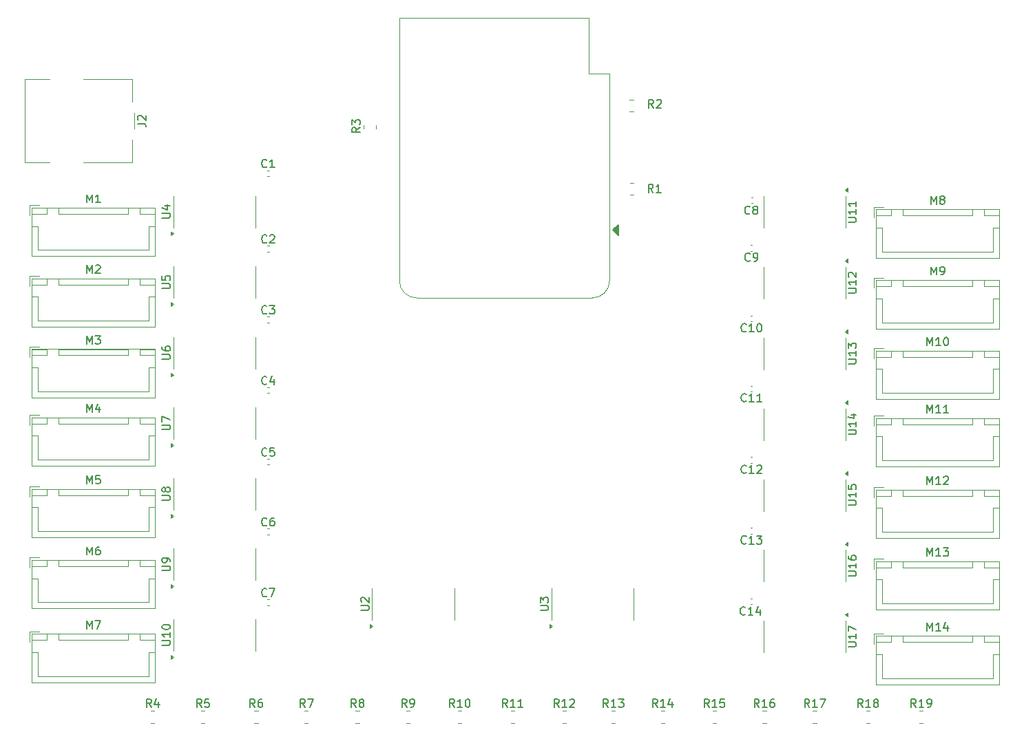
<source format=gbr>
%TF.GenerationSoftware,KiCad,Pcbnew,8.0.5*%
%TF.CreationDate,2024-12-18T14:45:34+08:00*%
%TF.ProjectId,hardware,68617264-7761-4726-952e-6b696361645f,rev?*%
%TF.SameCoordinates,Original*%
%TF.FileFunction,Legend,Top*%
%TF.FilePolarity,Positive*%
%FSLAX46Y46*%
G04 Gerber Fmt 4.6, Leading zero omitted, Abs format (unit mm)*
G04 Created by KiCad (PCBNEW 8.0.5) date 2024-12-18 14:45:34*
%MOMM*%
%LPD*%
G01*
G04 APERTURE LIST*
%ADD10C,0.150000*%
%ADD11C,0.120000*%
G04 APERTURE END LIST*
D10*
X269814286Y-120104819D02*
X269814286Y-119104819D01*
X269814286Y-119104819D02*
X270147619Y-119819104D01*
X270147619Y-119819104D02*
X270480952Y-119104819D01*
X270480952Y-119104819D02*
X270480952Y-120104819D01*
X271480952Y-120104819D02*
X270909524Y-120104819D01*
X271195238Y-120104819D02*
X271195238Y-119104819D01*
X271195238Y-119104819D02*
X271100000Y-119247676D01*
X271100000Y-119247676D02*
X271004762Y-119342914D01*
X271004762Y-119342914D02*
X270909524Y-119390533D01*
X272338095Y-119438152D02*
X272338095Y-120104819D01*
X272100000Y-119057200D02*
X271861905Y-119771485D01*
X271861905Y-119771485D02*
X272480952Y-119771485D01*
X269814286Y-110904819D02*
X269814286Y-109904819D01*
X269814286Y-109904819D02*
X270147619Y-110619104D01*
X270147619Y-110619104D02*
X270480952Y-109904819D01*
X270480952Y-109904819D02*
X270480952Y-110904819D01*
X271480952Y-110904819D02*
X270909524Y-110904819D01*
X271195238Y-110904819D02*
X271195238Y-109904819D01*
X271195238Y-109904819D02*
X271100000Y-110047676D01*
X271100000Y-110047676D02*
X271004762Y-110142914D01*
X271004762Y-110142914D02*
X270909524Y-110190533D01*
X271814286Y-109904819D02*
X272433333Y-109904819D01*
X272433333Y-109904819D02*
X272100000Y-110285771D01*
X272100000Y-110285771D02*
X272242857Y-110285771D01*
X272242857Y-110285771D02*
X272338095Y-110333390D01*
X272338095Y-110333390D02*
X272385714Y-110381009D01*
X272385714Y-110381009D02*
X272433333Y-110476247D01*
X272433333Y-110476247D02*
X272433333Y-110714342D01*
X272433333Y-110714342D02*
X272385714Y-110809580D01*
X272385714Y-110809580D02*
X272338095Y-110857200D01*
X272338095Y-110857200D02*
X272242857Y-110904819D01*
X272242857Y-110904819D02*
X271957143Y-110904819D01*
X271957143Y-110904819D02*
X271861905Y-110857200D01*
X271861905Y-110857200D02*
X271814286Y-110809580D01*
X269814286Y-102104819D02*
X269814286Y-101104819D01*
X269814286Y-101104819D02*
X270147619Y-101819104D01*
X270147619Y-101819104D02*
X270480952Y-101104819D01*
X270480952Y-101104819D02*
X270480952Y-102104819D01*
X271480952Y-102104819D02*
X270909524Y-102104819D01*
X271195238Y-102104819D02*
X271195238Y-101104819D01*
X271195238Y-101104819D02*
X271100000Y-101247676D01*
X271100000Y-101247676D02*
X271004762Y-101342914D01*
X271004762Y-101342914D02*
X270909524Y-101390533D01*
X271861905Y-101200057D02*
X271909524Y-101152438D01*
X271909524Y-101152438D02*
X272004762Y-101104819D01*
X272004762Y-101104819D02*
X272242857Y-101104819D01*
X272242857Y-101104819D02*
X272338095Y-101152438D01*
X272338095Y-101152438D02*
X272385714Y-101200057D01*
X272385714Y-101200057D02*
X272433333Y-101295295D01*
X272433333Y-101295295D02*
X272433333Y-101390533D01*
X272433333Y-101390533D02*
X272385714Y-101533390D01*
X272385714Y-101533390D02*
X271814286Y-102104819D01*
X271814286Y-102104819D02*
X272433333Y-102104819D01*
X269814286Y-93304819D02*
X269814286Y-92304819D01*
X269814286Y-92304819D02*
X270147619Y-93019104D01*
X270147619Y-93019104D02*
X270480952Y-92304819D01*
X270480952Y-92304819D02*
X270480952Y-93304819D01*
X271480952Y-93304819D02*
X270909524Y-93304819D01*
X271195238Y-93304819D02*
X271195238Y-92304819D01*
X271195238Y-92304819D02*
X271100000Y-92447676D01*
X271100000Y-92447676D02*
X271004762Y-92542914D01*
X271004762Y-92542914D02*
X270909524Y-92590533D01*
X272433333Y-93304819D02*
X271861905Y-93304819D01*
X272147619Y-93304819D02*
X272147619Y-92304819D01*
X272147619Y-92304819D02*
X272052381Y-92447676D01*
X272052381Y-92447676D02*
X271957143Y-92542914D01*
X271957143Y-92542914D02*
X271861905Y-92590533D01*
X269814286Y-85004819D02*
X269814286Y-84004819D01*
X269814286Y-84004819D02*
X270147619Y-84719104D01*
X270147619Y-84719104D02*
X270480952Y-84004819D01*
X270480952Y-84004819D02*
X270480952Y-85004819D01*
X271480952Y-85004819D02*
X270909524Y-85004819D01*
X271195238Y-85004819D02*
X271195238Y-84004819D01*
X271195238Y-84004819D02*
X271100000Y-84147676D01*
X271100000Y-84147676D02*
X271004762Y-84242914D01*
X271004762Y-84242914D02*
X270909524Y-84290533D01*
X272100000Y-84004819D02*
X272195238Y-84004819D01*
X272195238Y-84004819D02*
X272290476Y-84052438D01*
X272290476Y-84052438D02*
X272338095Y-84100057D01*
X272338095Y-84100057D02*
X272385714Y-84195295D01*
X272385714Y-84195295D02*
X272433333Y-84385771D01*
X272433333Y-84385771D02*
X272433333Y-84623866D01*
X272433333Y-84623866D02*
X272385714Y-84814342D01*
X272385714Y-84814342D02*
X272338095Y-84909580D01*
X272338095Y-84909580D02*
X272290476Y-84957200D01*
X272290476Y-84957200D02*
X272195238Y-85004819D01*
X272195238Y-85004819D02*
X272100000Y-85004819D01*
X272100000Y-85004819D02*
X272004762Y-84957200D01*
X272004762Y-84957200D02*
X271957143Y-84909580D01*
X271957143Y-84909580D02*
X271909524Y-84814342D01*
X271909524Y-84814342D02*
X271861905Y-84623866D01*
X271861905Y-84623866D02*
X271861905Y-84385771D01*
X271861905Y-84385771D02*
X271909524Y-84195295D01*
X271909524Y-84195295D02*
X271957143Y-84100057D01*
X271957143Y-84100057D02*
X272004762Y-84052438D01*
X272004762Y-84052438D02*
X272100000Y-84004819D01*
X270290476Y-76304819D02*
X270290476Y-75304819D01*
X270290476Y-75304819D02*
X270623809Y-76019104D01*
X270623809Y-76019104D02*
X270957142Y-75304819D01*
X270957142Y-75304819D02*
X270957142Y-76304819D01*
X271480952Y-76304819D02*
X271671428Y-76304819D01*
X271671428Y-76304819D02*
X271766666Y-76257200D01*
X271766666Y-76257200D02*
X271814285Y-76209580D01*
X271814285Y-76209580D02*
X271909523Y-76066723D01*
X271909523Y-76066723D02*
X271957142Y-75876247D01*
X271957142Y-75876247D02*
X271957142Y-75495295D01*
X271957142Y-75495295D02*
X271909523Y-75400057D01*
X271909523Y-75400057D02*
X271861904Y-75352438D01*
X271861904Y-75352438D02*
X271766666Y-75304819D01*
X271766666Y-75304819D02*
X271576190Y-75304819D01*
X271576190Y-75304819D02*
X271480952Y-75352438D01*
X271480952Y-75352438D02*
X271433333Y-75400057D01*
X271433333Y-75400057D02*
X271385714Y-75495295D01*
X271385714Y-75495295D02*
X271385714Y-75733390D01*
X271385714Y-75733390D02*
X271433333Y-75828628D01*
X271433333Y-75828628D02*
X271480952Y-75876247D01*
X271480952Y-75876247D02*
X271576190Y-75923866D01*
X271576190Y-75923866D02*
X271766666Y-75923866D01*
X271766666Y-75923866D02*
X271861904Y-75876247D01*
X271861904Y-75876247D02*
X271909523Y-75828628D01*
X271909523Y-75828628D02*
X271957142Y-75733390D01*
X270290476Y-67604819D02*
X270290476Y-66604819D01*
X270290476Y-66604819D02*
X270623809Y-67319104D01*
X270623809Y-67319104D02*
X270957142Y-66604819D01*
X270957142Y-66604819D02*
X270957142Y-67604819D01*
X271576190Y-67033390D02*
X271480952Y-66985771D01*
X271480952Y-66985771D02*
X271433333Y-66938152D01*
X271433333Y-66938152D02*
X271385714Y-66842914D01*
X271385714Y-66842914D02*
X271385714Y-66795295D01*
X271385714Y-66795295D02*
X271433333Y-66700057D01*
X271433333Y-66700057D02*
X271480952Y-66652438D01*
X271480952Y-66652438D02*
X271576190Y-66604819D01*
X271576190Y-66604819D02*
X271766666Y-66604819D01*
X271766666Y-66604819D02*
X271861904Y-66652438D01*
X271861904Y-66652438D02*
X271909523Y-66700057D01*
X271909523Y-66700057D02*
X271957142Y-66795295D01*
X271957142Y-66795295D02*
X271957142Y-66842914D01*
X271957142Y-66842914D02*
X271909523Y-66938152D01*
X271909523Y-66938152D02*
X271861904Y-66985771D01*
X271861904Y-66985771D02*
X271766666Y-67033390D01*
X271766666Y-67033390D02*
X271576190Y-67033390D01*
X271576190Y-67033390D02*
X271480952Y-67081009D01*
X271480952Y-67081009D02*
X271433333Y-67128628D01*
X271433333Y-67128628D02*
X271385714Y-67223866D01*
X271385714Y-67223866D02*
X271385714Y-67414342D01*
X271385714Y-67414342D02*
X271433333Y-67509580D01*
X271433333Y-67509580D02*
X271480952Y-67557200D01*
X271480952Y-67557200D02*
X271576190Y-67604819D01*
X271576190Y-67604819D02*
X271766666Y-67604819D01*
X271766666Y-67604819D02*
X271861904Y-67557200D01*
X271861904Y-67557200D02*
X271909523Y-67509580D01*
X271909523Y-67509580D02*
X271957142Y-67414342D01*
X271957142Y-67414342D02*
X271957142Y-67223866D01*
X271957142Y-67223866D02*
X271909523Y-67128628D01*
X271909523Y-67128628D02*
X271861904Y-67081009D01*
X271861904Y-67081009D02*
X271766666Y-67033390D01*
X166490476Y-119854819D02*
X166490476Y-118854819D01*
X166490476Y-118854819D02*
X166823809Y-119569104D01*
X166823809Y-119569104D02*
X167157142Y-118854819D01*
X167157142Y-118854819D02*
X167157142Y-119854819D01*
X167538095Y-118854819D02*
X168204761Y-118854819D01*
X168204761Y-118854819D02*
X167776190Y-119854819D01*
X166490476Y-110754819D02*
X166490476Y-109754819D01*
X166490476Y-109754819D02*
X166823809Y-110469104D01*
X166823809Y-110469104D02*
X167157142Y-109754819D01*
X167157142Y-109754819D02*
X167157142Y-110754819D01*
X168061904Y-109754819D02*
X167871428Y-109754819D01*
X167871428Y-109754819D02*
X167776190Y-109802438D01*
X167776190Y-109802438D02*
X167728571Y-109850057D01*
X167728571Y-109850057D02*
X167633333Y-109992914D01*
X167633333Y-109992914D02*
X167585714Y-110183390D01*
X167585714Y-110183390D02*
X167585714Y-110564342D01*
X167585714Y-110564342D02*
X167633333Y-110659580D01*
X167633333Y-110659580D02*
X167680952Y-110707200D01*
X167680952Y-110707200D02*
X167776190Y-110754819D01*
X167776190Y-110754819D02*
X167966666Y-110754819D01*
X167966666Y-110754819D02*
X168061904Y-110707200D01*
X168061904Y-110707200D02*
X168109523Y-110659580D01*
X168109523Y-110659580D02*
X168157142Y-110564342D01*
X168157142Y-110564342D02*
X168157142Y-110326247D01*
X168157142Y-110326247D02*
X168109523Y-110231009D01*
X168109523Y-110231009D02*
X168061904Y-110183390D01*
X168061904Y-110183390D02*
X167966666Y-110135771D01*
X167966666Y-110135771D02*
X167776190Y-110135771D01*
X167776190Y-110135771D02*
X167680952Y-110183390D01*
X167680952Y-110183390D02*
X167633333Y-110231009D01*
X167633333Y-110231009D02*
X167585714Y-110326247D01*
X166490476Y-102004819D02*
X166490476Y-101004819D01*
X166490476Y-101004819D02*
X166823809Y-101719104D01*
X166823809Y-101719104D02*
X167157142Y-101004819D01*
X167157142Y-101004819D02*
X167157142Y-102004819D01*
X168109523Y-101004819D02*
X167633333Y-101004819D01*
X167633333Y-101004819D02*
X167585714Y-101481009D01*
X167585714Y-101481009D02*
X167633333Y-101433390D01*
X167633333Y-101433390D02*
X167728571Y-101385771D01*
X167728571Y-101385771D02*
X167966666Y-101385771D01*
X167966666Y-101385771D02*
X168061904Y-101433390D01*
X168061904Y-101433390D02*
X168109523Y-101481009D01*
X168109523Y-101481009D02*
X168157142Y-101576247D01*
X168157142Y-101576247D02*
X168157142Y-101814342D01*
X168157142Y-101814342D02*
X168109523Y-101909580D01*
X168109523Y-101909580D02*
X168061904Y-101957200D01*
X168061904Y-101957200D02*
X167966666Y-102004819D01*
X167966666Y-102004819D02*
X167728571Y-102004819D01*
X167728571Y-102004819D02*
X167633333Y-101957200D01*
X167633333Y-101957200D02*
X167585714Y-101909580D01*
X166490476Y-93204819D02*
X166490476Y-92204819D01*
X166490476Y-92204819D02*
X166823809Y-92919104D01*
X166823809Y-92919104D02*
X167157142Y-92204819D01*
X167157142Y-92204819D02*
X167157142Y-93204819D01*
X168061904Y-92538152D02*
X168061904Y-93204819D01*
X167823809Y-92157200D02*
X167585714Y-92871485D01*
X167585714Y-92871485D02*
X168204761Y-92871485D01*
X166490476Y-84804819D02*
X166490476Y-83804819D01*
X166490476Y-83804819D02*
X166823809Y-84519104D01*
X166823809Y-84519104D02*
X167157142Y-83804819D01*
X167157142Y-83804819D02*
X167157142Y-84804819D01*
X167538095Y-83804819D02*
X168157142Y-83804819D01*
X168157142Y-83804819D02*
X167823809Y-84185771D01*
X167823809Y-84185771D02*
X167966666Y-84185771D01*
X167966666Y-84185771D02*
X168061904Y-84233390D01*
X168061904Y-84233390D02*
X168109523Y-84281009D01*
X168109523Y-84281009D02*
X168157142Y-84376247D01*
X168157142Y-84376247D02*
X168157142Y-84614342D01*
X168157142Y-84614342D02*
X168109523Y-84709580D01*
X168109523Y-84709580D02*
X168061904Y-84757200D01*
X168061904Y-84757200D02*
X167966666Y-84804819D01*
X167966666Y-84804819D02*
X167680952Y-84804819D01*
X167680952Y-84804819D02*
X167585714Y-84757200D01*
X167585714Y-84757200D02*
X167538095Y-84709580D01*
X166490476Y-76104819D02*
X166490476Y-75104819D01*
X166490476Y-75104819D02*
X166823809Y-75819104D01*
X166823809Y-75819104D02*
X167157142Y-75104819D01*
X167157142Y-75104819D02*
X167157142Y-76104819D01*
X167585714Y-75200057D02*
X167633333Y-75152438D01*
X167633333Y-75152438D02*
X167728571Y-75104819D01*
X167728571Y-75104819D02*
X167966666Y-75104819D01*
X167966666Y-75104819D02*
X168061904Y-75152438D01*
X168061904Y-75152438D02*
X168109523Y-75200057D01*
X168109523Y-75200057D02*
X168157142Y-75295295D01*
X168157142Y-75295295D02*
X168157142Y-75390533D01*
X168157142Y-75390533D02*
X168109523Y-75533390D01*
X168109523Y-75533390D02*
X167538095Y-76104819D01*
X167538095Y-76104819D02*
X168157142Y-76104819D01*
X166490476Y-67404819D02*
X166490476Y-66404819D01*
X166490476Y-66404819D02*
X166823809Y-67119104D01*
X166823809Y-67119104D02*
X167157142Y-66404819D01*
X167157142Y-66404819D02*
X167157142Y-67404819D01*
X168157142Y-67404819D02*
X167585714Y-67404819D01*
X167871428Y-67404819D02*
X167871428Y-66404819D01*
X167871428Y-66404819D02*
X167776190Y-66547676D01*
X167776190Y-66547676D02*
X167680952Y-66642914D01*
X167680952Y-66642914D02*
X167585714Y-66690533D01*
X247457142Y-118059580D02*
X247409523Y-118107200D01*
X247409523Y-118107200D02*
X247266666Y-118154819D01*
X247266666Y-118154819D02*
X247171428Y-118154819D01*
X247171428Y-118154819D02*
X247028571Y-118107200D01*
X247028571Y-118107200D02*
X246933333Y-118011961D01*
X246933333Y-118011961D02*
X246885714Y-117916723D01*
X246885714Y-117916723D02*
X246838095Y-117726247D01*
X246838095Y-117726247D02*
X246838095Y-117583390D01*
X246838095Y-117583390D02*
X246885714Y-117392914D01*
X246885714Y-117392914D02*
X246933333Y-117297676D01*
X246933333Y-117297676D02*
X247028571Y-117202438D01*
X247028571Y-117202438D02*
X247171428Y-117154819D01*
X247171428Y-117154819D02*
X247266666Y-117154819D01*
X247266666Y-117154819D02*
X247409523Y-117202438D01*
X247409523Y-117202438D02*
X247457142Y-117250057D01*
X248409523Y-118154819D02*
X247838095Y-118154819D01*
X248123809Y-118154819D02*
X248123809Y-117154819D01*
X248123809Y-117154819D02*
X248028571Y-117297676D01*
X248028571Y-117297676D02*
X247933333Y-117392914D01*
X247933333Y-117392914D02*
X247838095Y-117440533D01*
X249266666Y-117488152D02*
X249266666Y-118154819D01*
X249028571Y-117107200D02*
X248790476Y-117821485D01*
X248790476Y-117821485D02*
X249409523Y-117821485D01*
X247577142Y-109319580D02*
X247529523Y-109367200D01*
X247529523Y-109367200D02*
X247386666Y-109414819D01*
X247386666Y-109414819D02*
X247291428Y-109414819D01*
X247291428Y-109414819D02*
X247148571Y-109367200D01*
X247148571Y-109367200D02*
X247053333Y-109271961D01*
X247053333Y-109271961D02*
X247005714Y-109176723D01*
X247005714Y-109176723D02*
X246958095Y-108986247D01*
X246958095Y-108986247D02*
X246958095Y-108843390D01*
X246958095Y-108843390D02*
X247005714Y-108652914D01*
X247005714Y-108652914D02*
X247053333Y-108557676D01*
X247053333Y-108557676D02*
X247148571Y-108462438D01*
X247148571Y-108462438D02*
X247291428Y-108414819D01*
X247291428Y-108414819D02*
X247386666Y-108414819D01*
X247386666Y-108414819D02*
X247529523Y-108462438D01*
X247529523Y-108462438D02*
X247577142Y-108510057D01*
X248529523Y-109414819D02*
X247958095Y-109414819D01*
X248243809Y-109414819D02*
X248243809Y-108414819D01*
X248243809Y-108414819D02*
X248148571Y-108557676D01*
X248148571Y-108557676D02*
X248053333Y-108652914D01*
X248053333Y-108652914D02*
X247958095Y-108700533D01*
X248862857Y-108414819D02*
X249481904Y-108414819D01*
X249481904Y-108414819D02*
X249148571Y-108795771D01*
X249148571Y-108795771D02*
X249291428Y-108795771D01*
X249291428Y-108795771D02*
X249386666Y-108843390D01*
X249386666Y-108843390D02*
X249434285Y-108891009D01*
X249434285Y-108891009D02*
X249481904Y-108986247D01*
X249481904Y-108986247D02*
X249481904Y-109224342D01*
X249481904Y-109224342D02*
X249434285Y-109319580D01*
X249434285Y-109319580D02*
X249386666Y-109367200D01*
X249386666Y-109367200D02*
X249291428Y-109414819D01*
X249291428Y-109414819D02*
X249005714Y-109414819D01*
X249005714Y-109414819D02*
X248910476Y-109367200D01*
X248910476Y-109367200D02*
X248862857Y-109319580D01*
X247577142Y-100619580D02*
X247529523Y-100667200D01*
X247529523Y-100667200D02*
X247386666Y-100714819D01*
X247386666Y-100714819D02*
X247291428Y-100714819D01*
X247291428Y-100714819D02*
X247148571Y-100667200D01*
X247148571Y-100667200D02*
X247053333Y-100571961D01*
X247053333Y-100571961D02*
X247005714Y-100476723D01*
X247005714Y-100476723D02*
X246958095Y-100286247D01*
X246958095Y-100286247D02*
X246958095Y-100143390D01*
X246958095Y-100143390D02*
X247005714Y-99952914D01*
X247005714Y-99952914D02*
X247053333Y-99857676D01*
X247053333Y-99857676D02*
X247148571Y-99762438D01*
X247148571Y-99762438D02*
X247291428Y-99714819D01*
X247291428Y-99714819D02*
X247386666Y-99714819D01*
X247386666Y-99714819D02*
X247529523Y-99762438D01*
X247529523Y-99762438D02*
X247577142Y-99810057D01*
X248529523Y-100714819D02*
X247958095Y-100714819D01*
X248243809Y-100714819D02*
X248243809Y-99714819D01*
X248243809Y-99714819D02*
X248148571Y-99857676D01*
X248148571Y-99857676D02*
X248053333Y-99952914D01*
X248053333Y-99952914D02*
X247958095Y-100000533D01*
X248910476Y-99810057D02*
X248958095Y-99762438D01*
X248958095Y-99762438D02*
X249053333Y-99714819D01*
X249053333Y-99714819D02*
X249291428Y-99714819D01*
X249291428Y-99714819D02*
X249386666Y-99762438D01*
X249386666Y-99762438D02*
X249434285Y-99810057D01*
X249434285Y-99810057D02*
X249481904Y-99905295D01*
X249481904Y-99905295D02*
X249481904Y-100000533D01*
X249481904Y-100000533D02*
X249434285Y-100143390D01*
X249434285Y-100143390D02*
X248862857Y-100714819D01*
X248862857Y-100714819D02*
X249481904Y-100714819D01*
X247577142Y-91819580D02*
X247529523Y-91867200D01*
X247529523Y-91867200D02*
X247386666Y-91914819D01*
X247386666Y-91914819D02*
X247291428Y-91914819D01*
X247291428Y-91914819D02*
X247148571Y-91867200D01*
X247148571Y-91867200D02*
X247053333Y-91771961D01*
X247053333Y-91771961D02*
X247005714Y-91676723D01*
X247005714Y-91676723D02*
X246958095Y-91486247D01*
X246958095Y-91486247D02*
X246958095Y-91343390D01*
X246958095Y-91343390D02*
X247005714Y-91152914D01*
X247005714Y-91152914D02*
X247053333Y-91057676D01*
X247053333Y-91057676D02*
X247148571Y-90962438D01*
X247148571Y-90962438D02*
X247291428Y-90914819D01*
X247291428Y-90914819D02*
X247386666Y-90914819D01*
X247386666Y-90914819D02*
X247529523Y-90962438D01*
X247529523Y-90962438D02*
X247577142Y-91010057D01*
X248529523Y-91914819D02*
X247958095Y-91914819D01*
X248243809Y-91914819D02*
X248243809Y-90914819D01*
X248243809Y-90914819D02*
X248148571Y-91057676D01*
X248148571Y-91057676D02*
X248053333Y-91152914D01*
X248053333Y-91152914D02*
X247958095Y-91200533D01*
X249481904Y-91914819D02*
X248910476Y-91914819D01*
X249196190Y-91914819D02*
X249196190Y-90914819D01*
X249196190Y-90914819D02*
X249100952Y-91057676D01*
X249100952Y-91057676D02*
X249005714Y-91152914D01*
X249005714Y-91152914D02*
X248910476Y-91200533D01*
X247577142Y-83219580D02*
X247529523Y-83267200D01*
X247529523Y-83267200D02*
X247386666Y-83314819D01*
X247386666Y-83314819D02*
X247291428Y-83314819D01*
X247291428Y-83314819D02*
X247148571Y-83267200D01*
X247148571Y-83267200D02*
X247053333Y-83171961D01*
X247053333Y-83171961D02*
X247005714Y-83076723D01*
X247005714Y-83076723D02*
X246958095Y-82886247D01*
X246958095Y-82886247D02*
X246958095Y-82743390D01*
X246958095Y-82743390D02*
X247005714Y-82552914D01*
X247005714Y-82552914D02*
X247053333Y-82457676D01*
X247053333Y-82457676D02*
X247148571Y-82362438D01*
X247148571Y-82362438D02*
X247291428Y-82314819D01*
X247291428Y-82314819D02*
X247386666Y-82314819D01*
X247386666Y-82314819D02*
X247529523Y-82362438D01*
X247529523Y-82362438D02*
X247577142Y-82410057D01*
X248529523Y-83314819D02*
X247958095Y-83314819D01*
X248243809Y-83314819D02*
X248243809Y-82314819D01*
X248243809Y-82314819D02*
X248148571Y-82457676D01*
X248148571Y-82457676D02*
X248053333Y-82552914D01*
X248053333Y-82552914D02*
X247958095Y-82600533D01*
X249148571Y-82314819D02*
X249243809Y-82314819D01*
X249243809Y-82314819D02*
X249339047Y-82362438D01*
X249339047Y-82362438D02*
X249386666Y-82410057D01*
X249386666Y-82410057D02*
X249434285Y-82505295D01*
X249434285Y-82505295D02*
X249481904Y-82695771D01*
X249481904Y-82695771D02*
X249481904Y-82933866D01*
X249481904Y-82933866D02*
X249434285Y-83124342D01*
X249434285Y-83124342D02*
X249386666Y-83219580D01*
X249386666Y-83219580D02*
X249339047Y-83267200D01*
X249339047Y-83267200D02*
X249243809Y-83314819D01*
X249243809Y-83314819D02*
X249148571Y-83314819D01*
X249148571Y-83314819D02*
X249053333Y-83267200D01*
X249053333Y-83267200D02*
X249005714Y-83219580D01*
X249005714Y-83219580D02*
X248958095Y-83124342D01*
X248958095Y-83124342D02*
X248910476Y-82933866D01*
X248910476Y-82933866D02*
X248910476Y-82695771D01*
X248910476Y-82695771D02*
X248958095Y-82505295D01*
X248958095Y-82505295D02*
X249005714Y-82410057D01*
X249005714Y-82410057D02*
X249053333Y-82362438D01*
X249053333Y-82362438D02*
X249148571Y-82314819D01*
X248053333Y-74519580D02*
X248005714Y-74567200D01*
X248005714Y-74567200D02*
X247862857Y-74614819D01*
X247862857Y-74614819D02*
X247767619Y-74614819D01*
X247767619Y-74614819D02*
X247624762Y-74567200D01*
X247624762Y-74567200D02*
X247529524Y-74471961D01*
X247529524Y-74471961D02*
X247481905Y-74376723D01*
X247481905Y-74376723D02*
X247434286Y-74186247D01*
X247434286Y-74186247D02*
X247434286Y-74043390D01*
X247434286Y-74043390D02*
X247481905Y-73852914D01*
X247481905Y-73852914D02*
X247529524Y-73757676D01*
X247529524Y-73757676D02*
X247624762Y-73662438D01*
X247624762Y-73662438D02*
X247767619Y-73614819D01*
X247767619Y-73614819D02*
X247862857Y-73614819D01*
X247862857Y-73614819D02*
X248005714Y-73662438D01*
X248005714Y-73662438D02*
X248053333Y-73710057D01*
X248529524Y-74614819D02*
X248720000Y-74614819D01*
X248720000Y-74614819D02*
X248815238Y-74567200D01*
X248815238Y-74567200D02*
X248862857Y-74519580D01*
X248862857Y-74519580D02*
X248958095Y-74376723D01*
X248958095Y-74376723D02*
X249005714Y-74186247D01*
X249005714Y-74186247D02*
X249005714Y-73805295D01*
X249005714Y-73805295D02*
X248958095Y-73710057D01*
X248958095Y-73710057D02*
X248910476Y-73662438D01*
X248910476Y-73662438D02*
X248815238Y-73614819D01*
X248815238Y-73614819D02*
X248624762Y-73614819D01*
X248624762Y-73614819D02*
X248529524Y-73662438D01*
X248529524Y-73662438D02*
X248481905Y-73710057D01*
X248481905Y-73710057D02*
X248434286Y-73805295D01*
X248434286Y-73805295D02*
X248434286Y-74043390D01*
X248434286Y-74043390D02*
X248481905Y-74138628D01*
X248481905Y-74138628D02*
X248529524Y-74186247D01*
X248529524Y-74186247D02*
X248624762Y-74233866D01*
X248624762Y-74233866D02*
X248815238Y-74233866D01*
X248815238Y-74233866D02*
X248910476Y-74186247D01*
X248910476Y-74186247D02*
X248958095Y-74138628D01*
X248958095Y-74138628D02*
X249005714Y-74043390D01*
X248033333Y-68759580D02*
X247985714Y-68807200D01*
X247985714Y-68807200D02*
X247842857Y-68854819D01*
X247842857Y-68854819D02*
X247747619Y-68854819D01*
X247747619Y-68854819D02*
X247604762Y-68807200D01*
X247604762Y-68807200D02*
X247509524Y-68711961D01*
X247509524Y-68711961D02*
X247461905Y-68616723D01*
X247461905Y-68616723D02*
X247414286Y-68426247D01*
X247414286Y-68426247D02*
X247414286Y-68283390D01*
X247414286Y-68283390D02*
X247461905Y-68092914D01*
X247461905Y-68092914D02*
X247509524Y-67997676D01*
X247509524Y-67997676D02*
X247604762Y-67902438D01*
X247604762Y-67902438D02*
X247747619Y-67854819D01*
X247747619Y-67854819D02*
X247842857Y-67854819D01*
X247842857Y-67854819D02*
X247985714Y-67902438D01*
X247985714Y-67902438D02*
X248033333Y-67950057D01*
X248604762Y-68283390D02*
X248509524Y-68235771D01*
X248509524Y-68235771D02*
X248461905Y-68188152D01*
X248461905Y-68188152D02*
X248414286Y-68092914D01*
X248414286Y-68092914D02*
X248414286Y-68045295D01*
X248414286Y-68045295D02*
X248461905Y-67950057D01*
X248461905Y-67950057D02*
X248509524Y-67902438D01*
X248509524Y-67902438D02*
X248604762Y-67854819D01*
X248604762Y-67854819D02*
X248795238Y-67854819D01*
X248795238Y-67854819D02*
X248890476Y-67902438D01*
X248890476Y-67902438D02*
X248938095Y-67950057D01*
X248938095Y-67950057D02*
X248985714Y-68045295D01*
X248985714Y-68045295D02*
X248985714Y-68092914D01*
X248985714Y-68092914D02*
X248938095Y-68188152D01*
X248938095Y-68188152D02*
X248890476Y-68235771D01*
X248890476Y-68235771D02*
X248795238Y-68283390D01*
X248795238Y-68283390D02*
X248604762Y-68283390D01*
X248604762Y-68283390D02*
X248509524Y-68331009D01*
X248509524Y-68331009D02*
X248461905Y-68378628D01*
X248461905Y-68378628D02*
X248414286Y-68473866D01*
X248414286Y-68473866D02*
X248414286Y-68664342D01*
X248414286Y-68664342D02*
X248461905Y-68759580D01*
X248461905Y-68759580D02*
X248509524Y-68807200D01*
X248509524Y-68807200D02*
X248604762Y-68854819D01*
X248604762Y-68854819D02*
X248795238Y-68854819D01*
X248795238Y-68854819D02*
X248890476Y-68807200D01*
X248890476Y-68807200D02*
X248938095Y-68759580D01*
X248938095Y-68759580D02*
X248985714Y-68664342D01*
X248985714Y-68664342D02*
X248985714Y-68473866D01*
X248985714Y-68473866D02*
X248938095Y-68378628D01*
X248938095Y-68378628D02*
X248890476Y-68331009D01*
X248890476Y-68331009D02*
X248795238Y-68283390D01*
X188633333Y-115799580D02*
X188585714Y-115847200D01*
X188585714Y-115847200D02*
X188442857Y-115894819D01*
X188442857Y-115894819D02*
X188347619Y-115894819D01*
X188347619Y-115894819D02*
X188204762Y-115847200D01*
X188204762Y-115847200D02*
X188109524Y-115751961D01*
X188109524Y-115751961D02*
X188061905Y-115656723D01*
X188061905Y-115656723D02*
X188014286Y-115466247D01*
X188014286Y-115466247D02*
X188014286Y-115323390D01*
X188014286Y-115323390D02*
X188061905Y-115132914D01*
X188061905Y-115132914D02*
X188109524Y-115037676D01*
X188109524Y-115037676D02*
X188204762Y-114942438D01*
X188204762Y-114942438D02*
X188347619Y-114894819D01*
X188347619Y-114894819D02*
X188442857Y-114894819D01*
X188442857Y-114894819D02*
X188585714Y-114942438D01*
X188585714Y-114942438D02*
X188633333Y-114990057D01*
X188966667Y-114894819D02*
X189633333Y-114894819D01*
X189633333Y-114894819D02*
X189204762Y-115894819D01*
X188633333Y-107099580D02*
X188585714Y-107147200D01*
X188585714Y-107147200D02*
X188442857Y-107194819D01*
X188442857Y-107194819D02*
X188347619Y-107194819D01*
X188347619Y-107194819D02*
X188204762Y-107147200D01*
X188204762Y-107147200D02*
X188109524Y-107051961D01*
X188109524Y-107051961D02*
X188061905Y-106956723D01*
X188061905Y-106956723D02*
X188014286Y-106766247D01*
X188014286Y-106766247D02*
X188014286Y-106623390D01*
X188014286Y-106623390D02*
X188061905Y-106432914D01*
X188061905Y-106432914D02*
X188109524Y-106337676D01*
X188109524Y-106337676D02*
X188204762Y-106242438D01*
X188204762Y-106242438D02*
X188347619Y-106194819D01*
X188347619Y-106194819D02*
X188442857Y-106194819D01*
X188442857Y-106194819D02*
X188585714Y-106242438D01*
X188585714Y-106242438D02*
X188633333Y-106290057D01*
X189490476Y-106194819D02*
X189300000Y-106194819D01*
X189300000Y-106194819D02*
X189204762Y-106242438D01*
X189204762Y-106242438D02*
X189157143Y-106290057D01*
X189157143Y-106290057D02*
X189061905Y-106432914D01*
X189061905Y-106432914D02*
X189014286Y-106623390D01*
X189014286Y-106623390D02*
X189014286Y-107004342D01*
X189014286Y-107004342D02*
X189061905Y-107099580D01*
X189061905Y-107099580D02*
X189109524Y-107147200D01*
X189109524Y-107147200D02*
X189204762Y-107194819D01*
X189204762Y-107194819D02*
X189395238Y-107194819D01*
X189395238Y-107194819D02*
X189490476Y-107147200D01*
X189490476Y-107147200D02*
X189538095Y-107099580D01*
X189538095Y-107099580D02*
X189585714Y-107004342D01*
X189585714Y-107004342D02*
X189585714Y-106766247D01*
X189585714Y-106766247D02*
X189538095Y-106671009D01*
X189538095Y-106671009D02*
X189490476Y-106623390D01*
X189490476Y-106623390D02*
X189395238Y-106575771D01*
X189395238Y-106575771D02*
X189204762Y-106575771D01*
X189204762Y-106575771D02*
X189109524Y-106623390D01*
X189109524Y-106623390D02*
X189061905Y-106671009D01*
X189061905Y-106671009D02*
X189014286Y-106766247D01*
X188633333Y-98499580D02*
X188585714Y-98547200D01*
X188585714Y-98547200D02*
X188442857Y-98594819D01*
X188442857Y-98594819D02*
X188347619Y-98594819D01*
X188347619Y-98594819D02*
X188204762Y-98547200D01*
X188204762Y-98547200D02*
X188109524Y-98451961D01*
X188109524Y-98451961D02*
X188061905Y-98356723D01*
X188061905Y-98356723D02*
X188014286Y-98166247D01*
X188014286Y-98166247D02*
X188014286Y-98023390D01*
X188014286Y-98023390D02*
X188061905Y-97832914D01*
X188061905Y-97832914D02*
X188109524Y-97737676D01*
X188109524Y-97737676D02*
X188204762Y-97642438D01*
X188204762Y-97642438D02*
X188347619Y-97594819D01*
X188347619Y-97594819D02*
X188442857Y-97594819D01*
X188442857Y-97594819D02*
X188585714Y-97642438D01*
X188585714Y-97642438D02*
X188633333Y-97690057D01*
X189538095Y-97594819D02*
X189061905Y-97594819D01*
X189061905Y-97594819D02*
X189014286Y-98071009D01*
X189014286Y-98071009D02*
X189061905Y-98023390D01*
X189061905Y-98023390D02*
X189157143Y-97975771D01*
X189157143Y-97975771D02*
X189395238Y-97975771D01*
X189395238Y-97975771D02*
X189490476Y-98023390D01*
X189490476Y-98023390D02*
X189538095Y-98071009D01*
X189538095Y-98071009D02*
X189585714Y-98166247D01*
X189585714Y-98166247D02*
X189585714Y-98404342D01*
X189585714Y-98404342D02*
X189538095Y-98499580D01*
X189538095Y-98499580D02*
X189490476Y-98547200D01*
X189490476Y-98547200D02*
X189395238Y-98594819D01*
X189395238Y-98594819D02*
X189157143Y-98594819D01*
X189157143Y-98594819D02*
X189061905Y-98547200D01*
X189061905Y-98547200D02*
X189014286Y-98499580D01*
X188633333Y-89699580D02*
X188585714Y-89747200D01*
X188585714Y-89747200D02*
X188442857Y-89794819D01*
X188442857Y-89794819D02*
X188347619Y-89794819D01*
X188347619Y-89794819D02*
X188204762Y-89747200D01*
X188204762Y-89747200D02*
X188109524Y-89651961D01*
X188109524Y-89651961D02*
X188061905Y-89556723D01*
X188061905Y-89556723D02*
X188014286Y-89366247D01*
X188014286Y-89366247D02*
X188014286Y-89223390D01*
X188014286Y-89223390D02*
X188061905Y-89032914D01*
X188061905Y-89032914D02*
X188109524Y-88937676D01*
X188109524Y-88937676D02*
X188204762Y-88842438D01*
X188204762Y-88842438D02*
X188347619Y-88794819D01*
X188347619Y-88794819D02*
X188442857Y-88794819D01*
X188442857Y-88794819D02*
X188585714Y-88842438D01*
X188585714Y-88842438D02*
X188633333Y-88890057D01*
X189490476Y-89128152D02*
X189490476Y-89794819D01*
X189252381Y-88747200D02*
X189014286Y-89461485D01*
X189014286Y-89461485D02*
X189633333Y-89461485D01*
X188633333Y-80999580D02*
X188585714Y-81047200D01*
X188585714Y-81047200D02*
X188442857Y-81094819D01*
X188442857Y-81094819D02*
X188347619Y-81094819D01*
X188347619Y-81094819D02*
X188204762Y-81047200D01*
X188204762Y-81047200D02*
X188109524Y-80951961D01*
X188109524Y-80951961D02*
X188061905Y-80856723D01*
X188061905Y-80856723D02*
X188014286Y-80666247D01*
X188014286Y-80666247D02*
X188014286Y-80523390D01*
X188014286Y-80523390D02*
X188061905Y-80332914D01*
X188061905Y-80332914D02*
X188109524Y-80237676D01*
X188109524Y-80237676D02*
X188204762Y-80142438D01*
X188204762Y-80142438D02*
X188347619Y-80094819D01*
X188347619Y-80094819D02*
X188442857Y-80094819D01*
X188442857Y-80094819D02*
X188585714Y-80142438D01*
X188585714Y-80142438D02*
X188633333Y-80190057D01*
X188966667Y-80094819D02*
X189585714Y-80094819D01*
X189585714Y-80094819D02*
X189252381Y-80475771D01*
X189252381Y-80475771D02*
X189395238Y-80475771D01*
X189395238Y-80475771D02*
X189490476Y-80523390D01*
X189490476Y-80523390D02*
X189538095Y-80571009D01*
X189538095Y-80571009D02*
X189585714Y-80666247D01*
X189585714Y-80666247D02*
X189585714Y-80904342D01*
X189585714Y-80904342D02*
X189538095Y-80999580D01*
X189538095Y-80999580D02*
X189490476Y-81047200D01*
X189490476Y-81047200D02*
X189395238Y-81094819D01*
X189395238Y-81094819D02*
X189109524Y-81094819D01*
X189109524Y-81094819D02*
X189014286Y-81047200D01*
X189014286Y-81047200D02*
X188966667Y-80999580D01*
X188633333Y-72299580D02*
X188585714Y-72347200D01*
X188585714Y-72347200D02*
X188442857Y-72394819D01*
X188442857Y-72394819D02*
X188347619Y-72394819D01*
X188347619Y-72394819D02*
X188204762Y-72347200D01*
X188204762Y-72347200D02*
X188109524Y-72251961D01*
X188109524Y-72251961D02*
X188061905Y-72156723D01*
X188061905Y-72156723D02*
X188014286Y-71966247D01*
X188014286Y-71966247D02*
X188014286Y-71823390D01*
X188014286Y-71823390D02*
X188061905Y-71632914D01*
X188061905Y-71632914D02*
X188109524Y-71537676D01*
X188109524Y-71537676D02*
X188204762Y-71442438D01*
X188204762Y-71442438D02*
X188347619Y-71394819D01*
X188347619Y-71394819D02*
X188442857Y-71394819D01*
X188442857Y-71394819D02*
X188585714Y-71442438D01*
X188585714Y-71442438D02*
X188633333Y-71490057D01*
X189014286Y-71490057D02*
X189061905Y-71442438D01*
X189061905Y-71442438D02*
X189157143Y-71394819D01*
X189157143Y-71394819D02*
X189395238Y-71394819D01*
X189395238Y-71394819D02*
X189490476Y-71442438D01*
X189490476Y-71442438D02*
X189538095Y-71490057D01*
X189538095Y-71490057D02*
X189585714Y-71585295D01*
X189585714Y-71585295D02*
X189585714Y-71680533D01*
X189585714Y-71680533D02*
X189538095Y-71823390D01*
X189538095Y-71823390D02*
X188966667Y-72394819D01*
X188966667Y-72394819D02*
X189585714Y-72394819D01*
X188633333Y-62999580D02*
X188585714Y-63047200D01*
X188585714Y-63047200D02*
X188442857Y-63094819D01*
X188442857Y-63094819D02*
X188347619Y-63094819D01*
X188347619Y-63094819D02*
X188204762Y-63047200D01*
X188204762Y-63047200D02*
X188109524Y-62951961D01*
X188109524Y-62951961D02*
X188061905Y-62856723D01*
X188061905Y-62856723D02*
X188014286Y-62666247D01*
X188014286Y-62666247D02*
X188014286Y-62523390D01*
X188014286Y-62523390D02*
X188061905Y-62332914D01*
X188061905Y-62332914D02*
X188109524Y-62237676D01*
X188109524Y-62237676D02*
X188204762Y-62142438D01*
X188204762Y-62142438D02*
X188347619Y-62094819D01*
X188347619Y-62094819D02*
X188442857Y-62094819D01*
X188442857Y-62094819D02*
X188585714Y-62142438D01*
X188585714Y-62142438D02*
X188633333Y-62190057D01*
X189585714Y-63094819D02*
X189014286Y-63094819D01*
X189300000Y-63094819D02*
X189300000Y-62094819D01*
X189300000Y-62094819D02*
X189204762Y-62237676D01*
X189204762Y-62237676D02*
X189109524Y-62332914D01*
X189109524Y-62332914D02*
X189014286Y-62380533D01*
X175754819Y-104020236D02*
X176564342Y-104020236D01*
X176564342Y-104020236D02*
X176659580Y-103972617D01*
X176659580Y-103972617D02*
X176707200Y-103924998D01*
X176707200Y-103924998D02*
X176754819Y-103829760D01*
X176754819Y-103829760D02*
X176754819Y-103639284D01*
X176754819Y-103639284D02*
X176707200Y-103544046D01*
X176707200Y-103544046D02*
X176659580Y-103496427D01*
X176659580Y-103496427D02*
X176564342Y-103448808D01*
X176564342Y-103448808D02*
X175754819Y-103448808D01*
X176183390Y-102829760D02*
X176135771Y-102924998D01*
X176135771Y-102924998D02*
X176088152Y-102972617D01*
X176088152Y-102972617D02*
X175992914Y-103020236D01*
X175992914Y-103020236D02*
X175945295Y-103020236D01*
X175945295Y-103020236D02*
X175850057Y-102972617D01*
X175850057Y-102972617D02*
X175802438Y-102924998D01*
X175802438Y-102924998D02*
X175754819Y-102829760D01*
X175754819Y-102829760D02*
X175754819Y-102639284D01*
X175754819Y-102639284D02*
X175802438Y-102544046D01*
X175802438Y-102544046D02*
X175850057Y-102496427D01*
X175850057Y-102496427D02*
X175945295Y-102448808D01*
X175945295Y-102448808D02*
X175992914Y-102448808D01*
X175992914Y-102448808D02*
X176088152Y-102496427D01*
X176088152Y-102496427D02*
X176135771Y-102544046D01*
X176135771Y-102544046D02*
X176183390Y-102639284D01*
X176183390Y-102639284D02*
X176183390Y-102829760D01*
X176183390Y-102829760D02*
X176231009Y-102924998D01*
X176231009Y-102924998D02*
X176278628Y-102972617D01*
X176278628Y-102972617D02*
X176373866Y-103020236D01*
X176373866Y-103020236D02*
X176564342Y-103020236D01*
X176564342Y-103020236D02*
X176659580Y-102972617D01*
X176659580Y-102972617D02*
X176707200Y-102924998D01*
X176707200Y-102924998D02*
X176754819Y-102829760D01*
X176754819Y-102829760D02*
X176754819Y-102639284D01*
X176754819Y-102639284D02*
X176707200Y-102544046D01*
X176707200Y-102544046D02*
X176659580Y-102496427D01*
X176659580Y-102496427D02*
X176564342Y-102448808D01*
X176564342Y-102448808D02*
X176373866Y-102448808D01*
X176373866Y-102448808D02*
X176278628Y-102496427D01*
X176278628Y-102496427D02*
X176231009Y-102544046D01*
X176231009Y-102544046D02*
X176183390Y-102639284D01*
X260109819Y-95938093D02*
X260919342Y-95938093D01*
X260919342Y-95938093D02*
X261014580Y-95890474D01*
X261014580Y-95890474D02*
X261062200Y-95842855D01*
X261062200Y-95842855D02*
X261109819Y-95747617D01*
X261109819Y-95747617D02*
X261109819Y-95557141D01*
X261109819Y-95557141D02*
X261062200Y-95461903D01*
X261062200Y-95461903D02*
X261014580Y-95414284D01*
X261014580Y-95414284D02*
X260919342Y-95366665D01*
X260919342Y-95366665D02*
X260109819Y-95366665D01*
X261109819Y-94366665D02*
X261109819Y-94938093D01*
X261109819Y-94652379D02*
X260109819Y-94652379D01*
X260109819Y-94652379D02*
X260252676Y-94747617D01*
X260252676Y-94747617D02*
X260347914Y-94842855D01*
X260347914Y-94842855D02*
X260395533Y-94938093D01*
X260443152Y-93509522D02*
X261109819Y-93509522D01*
X260062200Y-93747617D02*
X260776485Y-93985712D01*
X260776485Y-93985712D02*
X260776485Y-93366665D01*
X224557142Y-129504819D02*
X224223809Y-129028628D01*
X223985714Y-129504819D02*
X223985714Y-128504819D01*
X223985714Y-128504819D02*
X224366666Y-128504819D01*
X224366666Y-128504819D02*
X224461904Y-128552438D01*
X224461904Y-128552438D02*
X224509523Y-128600057D01*
X224509523Y-128600057D02*
X224557142Y-128695295D01*
X224557142Y-128695295D02*
X224557142Y-128838152D01*
X224557142Y-128838152D02*
X224509523Y-128933390D01*
X224509523Y-128933390D02*
X224461904Y-128981009D01*
X224461904Y-128981009D02*
X224366666Y-129028628D01*
X224366666Y-129028628D02*
X223985714Y-129028628D01*
X225509523Y-129504819D02*
X224938095Y-129504819D01*
X225223809Y-129504819D02*
X225223809Y-128504819D01*
X225223809Y-128504819D02*
X225128571Y-128647676D01*
X225128571Y-128647676D02*
X225033333Y-128742914D01*
X225033333Y-128742914D02*
X224938095Y-128790533D01*
X225890476Y-128600057D02*
X225938095Y-128552438D01*
X225938095Y-128552438D02*
X226033333Y-128504819D01*
X226033333Y-128504819D02*
X226271428Y-128504819D01*
X226271428Y-128504819D02*
X226366666Y-128552438D01*
X226366666Y-128552438D02*
X226414285Y-128600057D01*
X226414285Y-128600057D02*
X226461904Y-128695295D01*
X226461904Y-128695295D02*
X226461904Y-128790533D01*
X226461904Y-128790533D02*
X226414285Y-128933390D01*
X226414285Y-128933390D02*
X225842857Y-129504819D01*
X225842857Y-129504819D02*
X226461904Y-129504819D01*
X230607142Y-129504819D02*
X230273809Y-129028628D01*
X230035714Y-129504819D02*
X230035714Y-128504819D01*
X230035714Y-128504819D02*
X230416666Y-128504819D01*
X230416666Y-128504819D02*
X230511904Y-128552438D01*
X230511904Y-128552438D02*
X230559523Y-128600057D01*
X230559523Y-128600057D02*
X230607142Y-128695295D01*
X230607142Y-128695295D02*
X230607142Y-128838152D01*
X230607142Y-128838152D02*
X230559523Y-128933390D01*
X230559523Y-128933390D02*
X230511904Y-128981009D01*
X230511904Y-128981009D02*
X230416666Y-129028628D01*
X230416666Y-129028628D02*
X230035714Y-129028628D01*
X231559523Y-129504819D02*
X230988095Y-129504819D01*
X231273809Y-129504819D02*
X231273809Y-128504819D01*
X231273809Y-128504819D02*
X231178571Y-128647676D01*
X231178571Y-128647676D02*
X231083333Y-128742914D01*
X231083333Y-128742914D02*
X230988095Y-128790533D01*
X231892857Y-128504819D02*
X232511904Y-128504819D01*
X232511904Y-128504819D02*
X232178571Y-128885771D01*
X232178571Y-128885771D02*
X232321428Y-128885771D01*
X232321428Y-128885771D02*
X232416666Y-128933390D01*
X232416666Y-128933390D02*
X232464285Y-128981009D01*
X232464285Y-128981009D02*
X232511904Y-129076247D01*
X232511904Y-129076247D02*
X232511904Y-129314342D01*
X232511904Y-129314342D02*
X232464285Y-129409580D01*
X232464285Y-129409580D02*
X232416666Y-129457200D01*
X232416666Y-129457200D02*
X232321428Y-129504819D01*
X232321428Y-129504819D02*
X232035714Y-129504819D01*
X232035714Y-129504819D02*
X231940476Y-129457200D01*
X231940476Y-129457200D02*
X231892857Y-129409580D01*
X260109819Y-122063094D02*
X260919342Y-122063094D01*
X260919342Y-122063094D02*
X261014580Y-122015475D01*
X261014580Y-122015475D02*
X261062200Y-121967856D01*
X261062200Y-121967856D02*
X261109819Y-121872618D01*
X261109819Y-121872618D02*
X261109819Y-121682142D01*
X261109819Y-121682142D02*
X261062200Y-121586904D01*
X261062200Y-121586904D02*
X261014580Y-121539285D01*
X261014580Y-121539285D02*
X260919342Y-121491666D01*
X260919342Y-121491666D02*
X260109819Y-121491666D01*
X261109819Y-120491666D02*
X261109819Y-121063094D01*
X261109819Y-120777380D02*
X260109819Y-120777380D01*
X260109819Y-120777380D02*
X260252676Y-120872618D01*
X260252676Y-120872618D02*
X260347914Y-120967856D01*
X260347914Y-120967856D02*
X260395533Y-121063094D01*
X260109819Y-120158332D02*
X260109819Y-119491666D01*
X260109819Y-119491666D02*
X261109819Y-119920237D01*
X180620833Y-129504819D02*
X180287500Y-129028628D01*
X180049405Y-129504819D02*
X180049405Y-128504819D01*
X180049405Y-128504819D02*
X180430357Y-128504819D01*
X180430357Y-128504819D02*
X180525595Y-128552438D01*
X180525595Y-128552438D02*
X180573214Y-128600057D01*
X180573214Y-128600057D02*
X180620833Y-128695295D01*
X180620833Y-128695295D02*
X180620833Y-128838152D01*
X180620833Y-128838152D02*
X180573214Y-128933390D01*
X180573214Y-128933390D02*
X180525595Y-128981009D01*
X180525595Y-128981009D02*
X180430357Y-129028628D01*
X180430357Y-129028628D02*
X180049405Y-129028628D01*
X181525595Y-128504819D02*
X181049405Y-128504819D01*
X181049405Y-128504819D02*
X181001786Y-128981009D01*
X181001786Y-128981009D02*
X181049405Y-128933390D01*
X181049405Y-128933390D02*
X181144643Y-128885771D01*
X181144643Y-128885771D02*
X181382738Y-128885771D01*
X181382738Y-128885771D02*
X181477976Y-128933390D01*
X181477976Y-128933390D02*
X181525595Y-128981009D01*
X181525595Y-128981009D02*
X181573214Y-129076247D01*
X181573214Y-129076247D02*
X181573214Y-129314342D01*
X181573214Y-129314342D02*
X181525595Y-129409580D01*
X181525595Y-129409580D02*
X181477976Y-129457200D01*
X181477976Y-129457200D02*
X181382738Y-129504819D01*
X181382738Y-129504819D02*
X181144643Y-129504819D01*
X181144643Y-129504819D02*
X181049405Y-129457200D01*
X181049405Y-129457200D02*
X181001786Y-129409580D01*
X268457142Y-129504819D02*
X268123809Y-129028628D01*
X267885714Y-129504819D02*
X267885714Y-128504819D01*
X267885714Y-128504819D02*
X268266666Y-128504819D01*
X268266666Y-128504819D02*
X268361904Y-128552438D01*
X268361904Y-128552438D02*
X268409523Y-128600057D01*
X268409523Y-128600057D02*
X268457142Y-128695295D01*
X268457142Y-128695295D02*
X268457142Y-128838152D01*
X268457142Y-128838152D02*
X268409523Y-128933390D01*
X268409523Y-128933390D02*
X268361904Y-128981009D01*
X268361904Y-128981009D02*
X268266666Y-129028628D01*
X268266666Y-129028628D02*
X267885714Y-129028628D01*
X269409523Y-129504819D02*
X268838095Y-129504819D01*
X269123809Y-129504819D02*
X269123809Y-128504819D01*
X269123809Y-128504819D02*
X269028571Y-128647676D01*
X269028571Y-128647676D02*
X268933333Y-128742914D01*
X268933333Y-128742914D02*
X268838095Y-128790533D01*
X269885714Y-129504819D02*
X270076190Y-129504819D01*
X270076190Y-129504819D02*
X270171428Y-129457200D01*
X270171428Y-129457200D02*
X270219047Y-129409580D01*
X270219047Y-129409580D02*
X270314285Y-129266723D01*
X270314285Y-129266723D02*
X270361904Y-129076247D01*
X270361904Y-129076247D02*
X270361904Y-128695295D01*
X270361904Y-128695295D02*
X270314285Y-128600057D01*
X270314285Y-128600057D02*
X270266666Y-128552438D01*
X270266666Y-128552438D02*
X270171428Y-128504819D01*
X270171428Y-128504819D02*
X269980952Y-128504819D01*
X269980952Y-128504819D02*
X269885714Y-128552438D01*
X269885714Y-128552438D02*
X269838095Y-128600057D01*
X269838095Y-128600057D02*
X269790476Y-128695295D01*
X269790476Y-128695295D02*
X269790476Y-128933390D01*
X269790476Y-128933390D02*
X269838095Y-129028628D01*
X269838095Y-129028628D02*
X269885714Y-129076247D01*
X269885714Y-129076247D02*
X269980952Y-129123866D01*
X269980952Y-129123866D02*
X270171428Y-129123866D01*
X270171428Y-129123866D02*
X270266666Y-129076247D01*
X270266666Y-129076247D02*
X270314285Y-129028628D01*
X270314285Y-129028628D02*
X270361904Y-128933390D01*
X193320833Y-129504819D02*
X192987500Y-129028628D01*
X192749405Y-129504819D02*
X192749405Y-128504819D01*
X192749405Y-128504819D02*
X193130357Y-128504819D01*
X193130357Y-128504819D02*
X193225595Y-128552438D01*
X193225595Y-128552438D02*
X193273214Y-128600057D01*
X193273214Y-128600057D02*
X193320833Y-128695295D01*
X193320833Y-128695295D02*
X193320833Y-128838152D01*
X193320833Y-128838152D02*
X193273214Y-128933390D01*
X193273214Y-128933390D02*
X193225595Y-128981009D01*
X193225595Y-128981009D02*
X193130357Y-129028628D01*
X193130357Y-129028628D02*
X192749405Y-129028628D01*
X193654167Y-128504819D02*
X194320833Y-128504819D01*
X194320833Y-128504819D02*
X193892262Y-129504819D01*
X175754819Y-95336903D02*
X176564342Y-95336903D01*
X176564342Y-95336903D02*
X176659580Y-95289284D01*
X176659580Y-95289284D02*
X176707200Y-95241665D01*
X176707200Y-95241665D02*
X176754819Y-95146427D01*
X176754819Y-95146427D02*
X176754819Y-94955951D01*
X176754819Y-94955951D02*
X176707200Y-94860713D01*
X176707200Y-94860713D02*
X176659580Y-94813094D01*
X176659580Y-94813094D02*
X176564342Y-94765475D01*
X176564342Y-94765475D02*
X175754819Y-94765475D01*
X175754819Y-94384522D02*
X175754819Y-93717856D01*
X175754819Y-93717856D02*
X176754819Y-94146427D01*
X172754819Y-57683333D02*
X173469104Y-57683333D01*
X173469104Y-57683333D02*
X173611961Y-57730952D01*
X173611961Y-57730952D02*
X173707200Y-57826190D01*
X173707200Y-57826190D02*
X173754819Y-57969047D01*
X173754819Y-57969047D02*
X173754819Y-58064285D01*
X172850057Y-57254761D02*
X172802438Y-57207142D01*
X172802438Y-57207142D02*
X172754819Y-57111904D01*
X172754819Y-57111904D02*
X172754819Y-56873809D01*
X172754819Y-56873809D02*
X172802438Y-56778571D01*
X172802438Y-56778571D02*
X172850057Y-56730952D01*
X172850057Y-56730952D02*
X172945295Y-56683333D01*
X172945295Y-56683333D02*
X173040533Y-56683333D01*
X173040533Y-56683333D02*
X173183390Y-56730952D01*
X173183390Y-56730952D02*
X173754819Y-57302380D01*
X173754819Y-57302380D02*
X173754819Y-56683333D01*
X175754819Y-77970237D02*
X176564342Y-77970237D01*
X176564342Y-77970237D02*
X176659580Y-77922618D01*
X176659580Y-77922618D02*
X176707200Y-77874999D01*
X176707200Y-77874999D02*
X176754819Y-77779761D01*
X176754819Y-77779761D02*
X176754819Y-77589285D01*
X176754819Y-77589285D02*
X176707200Y-77494047D01*
X176707200Y-77494047D02*
X176659580Y-77446428D01*
X176659580Y-77446428D02*
X176564342Y-77398809D01*
X176564342Y-77398809D02*
X175754819Y-77398809D01*
X175754819Y-76446428D02*
X175754819Y-76922618D01*
X175754819Y-76922618D02*
X176231009Y-76970237D01*
X176231009Y-76970237D02*
X176183390Y-76922618D01*
X176183390Y-76922618D02*
X176135771Y-76827380D01*
X176135771Y-76827380D02*
X176135771Y-76589285D01*
X176135771Y-76589285D02*
X176183390Y-76494047D01*
X176183390Y-76494047D02*
X176231009Y-76446428D01*
X176231009Y-76446428D02*
X176326247Y-76398809D01*
X176326247Y-76398809D02*
X176564342Y-76398809D01*
X176564342Y-76398809D02*
X176659580Y-76446428D01*
X176659580Y-76446428D02*
X176707200Y-76494047D01*
X176707200Y-76494047D02*
X176754819Y-76589285D01*
X176754819Y-76589285D02*
X176754819Y-76827380D01*
X176754819Y-76827380D02*
X176707200Y-76922618D01*
X176707200Y-76922618D02*
X176659580Y-76970237D01*
X175754819Y-112703569D02*
X176564342Y-112703569D01*
X176564342Y-112703569D02*
X176659580Y-112655950D01*
X176659580Y-112655950D02*
X176707200Y-112608331D01*
X176707200Y-112608331D02*
X176754819Y-112513093D01*
X176754819Y-112513093D02*
X176754819Y-112322617D01*
X176754819Y-112322617D02*
X176707200Y-112227379D01*
X176707200Y-112227379D02*
X176659580Y-112179760D01*
X176659580Y-112179760D02*
X176564342Y-112132141D01*
X176564342Y-112132141D02*
X175754819Y-112132141D01*
X176754819Y-111608331D02*
X176754819Y-111417855D01*
X176754819Y-111417855D02*
X176707200Y-111322617D01*
X176707200Y-111322617D02*
X176659580Y-111274998D01*
X176659580Y-111274998D02*
X176516723Y-111179760D01*
X176516723Y-111179760D02*
X176326247Y-111132141D01*
X176326247Y-111132141D02*
X175945295Y-111132141D01*
X175945295Y-111132141D02*
X175850057Y-111179760D01*
X175850057Y-111179760D02*
X175802438Y-111227379D01*
X175802438Y-111227379D02*
X175754819Y-111322617D01*
X175754819Y-111322617D02*
X175754819Y-111513093D01*
X175754819Y-111513093D02*
X175802438Y-111608331D01*
X175802438Y-111608331D02*
X175850057Y-111655950D01*
X175850057Y-111655950D02*
X175945295Y-111703569D01*
X175945295Y-111703569D02*
X176183390Y-111703569D01*
X176183390Y-111703569D02*
X176278628Y-111655950D01*
X176278628Y-111655950D02*
X176326247Y-111608331D01*
X176326247Y-111608331D02*
X176373866Y-111513093D01*
X176373866Y-111513093D02*
X176373866Y-111322617D01*
X176373866Y-111322617D02*
X176326247Y-111227379D01*
X176326247Y-111227379D02*
X176278628Y-111179760D01*
X176278628Y-111179760D02*
X176183390Y-111132141D01*
X222254819Y-117561904D02*
X223064342Y-117561904D01*
X223064342Y-117561904D02*
X223159580Y-117514285D01*
X223159580Y-117514285D02*
X223207200Y-117466666D01*
X223207200Y-117466666D02*
X223254819Y-117371428D01*
X223254819Y-117371428D02*
X223254819Y-117180952D01*
X223254819Y-117180952D02*
X223207200Y-117085714D01*
X223207200Y-117085714D02*
X223159580Y-117038095D01*
X223159580Y-117038095D02*
X223064342Y-116990476D01*
X223064342Y-116990476D02*
X222254819Y-116990476D01*
X222254819Y-116609523D02*
X222254819Y-115990476D01*
X222254819Y-115990476D02*
X222635771Y-116323809D01*
X222635771Y-116323809D02*
X222635771Y-116180952D01*
X222635771Y-116180952D02*
X222683390Y-116085714D01*
X222683390Y-116085714D02*
X222731009Y-116038095D01*
X222731009Y-116038095D02*
X222826247Y-115990476D01*
X222826247Y-115990476D02*
X223064342Y-115990476D01*
X223064342Y-115990476D02*
X223159580Y-116038095D01*
X223159580Y-116038095D02*
X223207200Y-116085714D01*
X223207200Y-116085714D02*
X223254819Y-116180952D01*
X223254819Y-116180952D02*
X223254819Y-116466666D01*
X223254819Y-116466666D02*
X223207200Y-116561904D01*
X223207200Y-116561904D02*
X223159580Y-116609523D01*
X236657142Y-129504819D02*
X236323809Y-129028628D01*
X236085714Y-129504819D02*
X236085714Y-128504819D01*
X236085714Y-128504819D02*
X236466666Y-128504819D01*
X236466666Y-128504819D02*
X236561904Y-128552438D01*
X236561904Y-128552438D02*
X236609523Y-128600057D01*
X236609523Y-128600057D02*
X236657142Y-128695295D01*
X236657142Y-128695295D02*
X236657142Y-128838152D01*
X236657142Y-128838152D02*
X236609523Y-128933390D01*
X236609523Y-128933390D02*
X236561904Y-128981009D01*
X236561904Y-128981009D02*
X236466666Y-129028628D01*
X236466666Y-129028628D02*
X236085714Y-129028628D01*
X237609523Y-129504819D02*
X237038095Y-129504819D01*
X237323809Y-129504819D02*
X237323809Y-128504819D01*
X237323809Y-128504819D02*
X237228571Y-128647676D01*
X237228571Y-128647676D02*
X237133333Y-128742914D01*
X237133333Y-128742914D02*
X237038095Y-128790533D01*
X238466666Y-128838152D02*
X238466666Y-129504819D01*
X238228571Y-128457200D02*
X237990476Y-129171485D01*
X237990476Y-129171485D02*
X238609523Y-129171485D01*
X249157142Y-129504819D02*
X248823809Y-129028628D01*
X248585714Y-129504819D02*
X248585714Y-128504819D01*
X248585714Y-128504819D02*
X248966666Y-128504819D01*
X248966666Y-128504819D02*
X249061904Y-128552438D01*
X249061904Y-128552438D02*
X249109523Y-128600057D01*
X249109523Y-128600057D02*
X249157142Y-128695295D01*
X249157142Y-128695295D02*
X249157142Y-128838152D01*
X249157142Y-128838152D02*
X249109523Y-128933390D01*
X249109523Y-128933390D02*
X249061904Y-128981009D01*
X249061904Y-128981009D02*
X248966666Y-129028628D01*
X248966666Y-129028628D02*
X248585714Y-129028628D01*
X250109523Y-129504819D02*
X249538095Y-129504819D01*
X249823809Y-129504819D02*
X249823809Y-128504819D01*
X249823809Y-128504819D02*
X249728571Y-128647676D01*
X249728571Y-128647676D02*
X249633333Y-128742914D01*
X249633333Y-128742914D02*
X249538095Y-128790533D01*
X250966666Y-128504819D02*
X250776190Y-128504819D01*
X250776190Y-128504819D02*
X250680952Y-128552438D01*
X250680952Y-128552438D02*
X250633333Y-128600057D01*
X250633333Y-128600057D02*
X250538095Y-128742914D01*
X250538095Y-128742914D02*
X250490476Y-128933390D01*
X250490476Y-128933390D02*
X250490476Y-129314342D01*
X250490476Y-129314342D02*
X250538095Y-129409580D01*
X250538095Y-129409580D02*
X250585714Y-129457200D01*
X250585714Y-129457200D02*
X250680952Y-129504819D01*
X250680952Y-129504819D02*
X250871428Y-129504819D01*
X250871428Y-129504819D02*
X250966666Y-129457200D01*
X250966666Y-129457200D02*
X251014285Y-129409580D01*
X251014285Y-129409580D02*
X251061904Y-129314342D01*
X251061904Y-129314342D02*
X251061904Y-129076247D01*
X251061904Y-129076247D02*
X251014285Y-128981009D01*
X251014285Y-128981009D02*
X250966666Y-128933390D01*
X250966666Y-128933390D02*
X250871428Y-128885771D01*
X250871428Y-128885771D02*
X250680952Y-128885771D01*
X250680952Y-128885771D02*
X250585714Y-128933390D01*
X250585714Y-128933390D02*
X250538095Y-128981009D01*
X250538095Y-128981009D02*
X250490476Y-129076247D01*
X211707142Y-129504819D02*
X211373809Y-129028628D01*
X211135714Y-129504819D02*
X211135714Y-128504819D01*
X211135714Y-128504819D02*
X211516666Y-128504819D01*
X211516666Y-128504819D02*
X211611904Y-128552438D01*
X211611904Y-128552438D02*
X211659523Y-128600057D01*
X211659523Y-128600057D02*
X211707142Y-128695295D01*
X211707142Y-128695295D02*
X211707142Y-128838152D01*
X211707142Y-128838152D02*
X211659523Y-128933390D01*
X211659523Y-128933390D02*
X211611904Y-128981009D01*
X211611904Y-128981009D02*
X211516666Y-129028628D01*
X211516666Y-129028628D02*
X211135714Y-129028628D01*
X212659523Y-129504819D02*
X212088095Y-129504819D01*
X212373809Y-129504819D02*
X212373809Y-128504819D01*
X212373809Y-128504819D02*
X212278571Y-128647676D01*
X212278571Y-128647676D02*
X212183333Y-128742914D01*
X212183333Y-128742914D02*
X212088095Y-128790533D01*
X213278571Y-128504819D02*
X213373809Y-128504819D01*
X213373809Y-128504819D02*
X213469047Y-128552438D01*
X213469047Y-128552438D02*
X213516666Y-128600057D01*
X213516666Y-128600057D02*
X213564285Y-128695295D01*
X213564285Y-128695295D02*
X213611904Y-128885771D01*
X213611904Y-128885771D02*
X213611904Y-129123866D01*
X213611904Y-129123866D02*
X213564285Y-129314342D01*
X213564285Y-129314342D02*
X213516666Y-129409580D01*
X213516666Y-129409580D02*
X213469047Y-129457200D01*
X213469047Y-129457200D02*
X213373809Y-129504819D01*
X213373809Y-129504819D02*
X213278571Y-129504819D01*
X213278571Y-129504819D02*
X213183333Y-129457200D01*
X213183333Y-129457200D02*
X213135714Y-129409580D01*
X213135714Y-129409580D02*
X213088095Y-129314342D01*
X213088095Y-129314342D02*
X213040476Y-129123866D01*
X213040476Y-129123866D02*
X213040476Y-128885771D01*
X213040476Y-128885771D02*
X213088095Y-128695295D01*
X213088095Y-128695295D02*
X213135714Y-128600057D01*
X213135714Y-128600057D02*
X213183333Y-128552438D01*
X213183333Y-128552438D02*
X213278571Y-128504819D01*
X205833333Y-129504819D02*
X205500000Y-129028628D01*
X205261905Y-129504819D02*
X205261905Y-128504819D01*
X205261905Y-128504819D02*
X205642857Y-128504819D01*
X205642857Y-128504819D02*
X205738095Y-128552438D01*
X205738095Y-128552438D02*
X205785714Y-128600057D01*
X205785714Y-128600057D02*
X205833333Y-128695295D01*
X205833333Y-128695295D02*
X205833333Y-128838152D01*
X205833333Y-128838152D02*
X205785714Y-128933390D01*
X205785714Y-128933390D02*
X205738095Y-128981009D01*
X205738095Y-128981009D02*
X205642857Y-129028628D01*
X205642857Y-129028628D02*
X205261905Y-129028628D01*
X206309524Y-129504819D02*
X206500000Y-129504819D01*
X206500000Y-129504819D02*
X206595238Y-129457200D01*
X206595238Y-129457200D02*
X206642857Y-129409580D01*
X206642857Y-129409580D02*
X206738095Y-129266723D01*
X206738095Y-129266723D02*
X206785714Y-129076247D01*
X206785714Y-129076247D02*
X206785714Y-128695295D01*
X206785714Y-128695295D02*
X206738095Y-128600057D01*
X206738095Y-128600057D02*
X206690476Y-128552438D01*
X206690476Y-128552438D02*
X206595238Y-128504819D01*
X206595238Y-128504819D02*
X206404762Y-128504819D01*
X206404762Y-128504819D02*
X206309524Y-128552438D01*
X206309524Y-128552438D02*
X206261905Y-128600057D01*
X206261905Y-128600057D02*
X206214286Y-128695295D01*
X206214286Y-128695295D02*
X206214286Y-128933390D01*
X206214286Y-128933390D02*
X206261905Y-129028628D01*
X206261905Y-129028628D02*
X206309524Y-129076247D01*
X206309524Y-129076247D02*
X206404762Y-129123866D01*
X206404762Y-129123866D02*
X206595238Y-129123866D01*
X206595238Y-129123866D02*
X206690476Y-129076247D01*
X206690476Y-129076247D02*
X206738095Y-129028628D01*
X206738095Y-129028628D02*
X206785714Y-128933390D01*
X236133333Y-66154819D02*
X235800000Y-65678628D01*
X235561905Y-66154819D02*
X235561905Y-65154819D01*
X235561905Y-65154819D02*
X235942857Y-65154819D01*
X235942857Y-65154819D02*
X236038095Y-65202438D01*
X236038095Y-65202438D02*
X236085714Y-65250057D01*
X236085714Y-65250057D02*
X236133333Y-65345295D01*
X236133333Y-65345295D02*
X236133333Y-65488152D01*
X236133333Y-65488152D02*
X236085714Y-65583390D01*
X236085714Y-65583390D02*
X236038095Y-65631009D01*
X236038095Y-65631009D02*
X235942857Y-65678628D01*
X235942857Y-65678628D02*
X235561905Y-65678628D01*
X237085714Y-66154819D02*
X236514286Y-66154819D01*
X236800000Y-66154819D02*
X236800000Y-65154819D01*
X236800000Y-65154819D02*
X236704762Y-65297676D01*
X236704762Y-65297676D02*
X236609524Y-65392914D01*
X236609524Y-65392914D02*
X236514286Y-65440533D01*
X260109819Y-113354759D02*
X260919342Y-113354759D01*
X260919342Y-113354759D02*
X261014580Y-113307140D01*
X261014580Y-113307140D02*
X261062200Y-113259521D01*
X261062200Y-113259521D02*
X261109819Y-113164283D01*
X261109819Y-113164283D02*
X261109819Y-112973807D01*
X261109819Y-112973807D02*
X261062200Y-112878569D01*
X261062200Y-112878569D02*
X261014580Y-112830950D01*
X261014580Y-112830950D02*
X260919342Y-112783331D01*
X260919342Y-112783331D02*
X260109819Y-112783331D01*
X261109819Y-111783331D02*
X261109819Y-112354759D01*
X261109819Y-112069045D02*
X260109819Y-112069045D01*
X260109819Y-112069045D02*
X260252676Y-112164283D01*
X260252676Y-112164283D02*
X260347914Y-112259521D01*
X260347914Y-112259521D02*
X260395533Y-112354759D01*
X260109819Y-110926188D02*
X260109819Y-111116664D01*
X260109819Y-111116664D02*
X260157438Y-111211902D01*
X260157438Y-111211902D02*
X260205057Y-111259521D01*
X260205057Y-111259521D02*
X260347914Y-111354759D01*
X260347914Y-111354759D02*
X260538390Y-111402378D01*
X260538390Y-111402378D02*
X260919342Y-111402378D01*
X260919342Y-111402378D02*
X261014580Y-111354759D01*
X261014580Y-111354759D02*
X261062200Y-111307140D01*
X261062200Y-111307140D02*
X261109819Y-111211902D01*
X261109819Y-111211902D02*
X261109819Y-111021426D01*
X261109819Y-111021426D02*
X261062200Y-110926188D01*
X261062200Y-110926188D02*
X261014580Y-110878569D01*
X261014580Y-110878569D02*
X260919342Y-110830950D01*
X260919342Y-110830950D02*
X260681247Y-110830950D01*
X260681247Y-110830950D02*
X260586009Y-110878569D01*
X260586009Y-110878569D02*
X260538390Y-110926188D01*
X260538390Y-110926188D02*
X260490771Y-111021426D01*
X260490771Y-111021426D02*
X260490771Y-111211902D01*
X260490771Y-111211902D02*
X260538390Y-111307140D01*
X260538390Y-111307140D02*
X260586009Y-111354759D01*
X260586009Y-111354759D02*
X260681247Y-111402378D01*
X175754819Y-86653570D02*
X176564342Y-86653570D01*
X176564342Y-86653570D02*
X176659580Y-86605951D01*
X176659580Y-86605951D02*
X176707200Y-86558332D01*
X176707200Y-86558332D02*
X176754819Y-86463094D01*
X176754819Y-86463094D02*
X176754819Y-86272618D01*
X176754819Y-86272618D02*
X176707200Y-86177380D01*
X176707200Y-86177380D02*
X176659580Y-86129761D01*
X176659580Y-86129761D02*
X176564342Y-86082142D01*
X176564342Y-86082142D02*
X175754819Y-86082142D01*
X175754819Y-85177380D02*
X175754819Y-85367856D01*
X175754819Y-85367856D02*
X175802438Y-85463094D01*
X175802438Y-85463094D02*
X175850057Y-85510713D01*
X175850057Y-85510713D02*
X175992914Y-85605951D01*
X175992914Y-85605951D02*
X176183390Y-85653570D01*
X176183390Y-85653570D02*
X176564342Y-85653570D01*
X176564342Y-85653570D02*
X176659580Y-85605951D01*
X176659580Y-85605951D02*
X176707200Y-85558332D01*
X176707200Y-85558332D02*
X176754819Y-85463094D01*
X176754819Y-85463094D02*
X176754819Y-85272618D01*
X176754819Y-85272618D02*
X176707200Y-85177380D01*
X176707200Y-85177380D02*
X176659580Y-85129761D01*
X176659580Y-85129761D02*
X176564342Y-85082142D01*
X176564342Y-85082142D02*
X176326247Y-85082142D01*
X176326247Y-85082142D02*
X176231009Y-85129761D01*
X176231009Y-85129761D02*
X176183390Y-85177380D01*
X176183390Y-85177380D02*
X176135771Y-85272618D01*
X176135771Y-85272618D02*
X176135771Y-85463094D01*
X176135771Y-85463094D02*
X176183390Y-85558332D01*
X176183390Y-85558332D02*
X176231009Y-85605951D01*
X176231009Y-85605951D02*
X176326247Y-85653570D01*
X243007142Y-129504819D02*
X242673809Y-129028628D01*
X242435714Y-129504819D02*
X242435714Y-128504819D01*
X242435714Y-128504819D02*
X242816666Y-128504819D01*
X242816666Y-128504819D02*
X242911904Y-128552438D01*
X242911904Y-128552438D02*
X242959523Y-128600057D01*
X242959523Y-128600057D02*
X243007142Y-128695295D01*
X243007142Y-128695295D02*
X243007142Y-128838152D01*
X243007142Y-128838152D02*
X242959523Y-128933390D01*
X242959523Y-128933390D02*
X242911904Y-128981009D01*
X242911904Y-128981009D02*
X242816666Y-129028628D01*
X242816666Y-129028628D02*
X242435714Y-129028628D01*
X243959523Y-129504819D02*
X243388095Y-129504819D01*
X243673809Y-129504819D02*
X243673809Y-128504819D01*
X243673809Y-128504819D02*
X243578571Y-128647676D01*
X243578571Y-128647676D02*
X243483333Y-128742914D01*
X243483333Y-128742914D02*
X243388095Y-128790533D01*
X244864285Y-128504819D02*
X244388095Y-128504819D01*
X244388095Y-128504819D02*
X244340476Y-128981009D01*
X244340476Y-128981009D02*
X244388095Y-128933390D01*
X244388095Y-128933390D02*
X244483333Y-128885771D01*
X244483333Y-128885771D02*
X244721428Y-128885771D01*
X244721428Y-128885771D02*
X244816666Y-128933390D01*
X244816666Y-128933390D02*
X244864285Y-128981009D01*
X244864285Y-128981009D02*
X244911904Y-129076247D01*
X244911904Y-129076247D02*
X244911904Y-129314342D01*
X244911904Y-129314342D02*
X244864285Y-129409580D01*
X244864285Y-129409580D02*
X244816666Y-129457200D01*
X244816666Y-129457200D02*
X244721428Y-129504819D01*
X244721428Y-129504819D02*
X244483333Y-129504819D01*
X244483333Y-129504819D02*
X244388095Y-129457200D01*
X244388095Y-129457200D02*
X244340476Y-129409580D01*
X260109819Y-104646426D02*
X260919342Y-104646426D01*
X260919342Y-104646426D02*
X261014580Y-104598807D01*
X261014580Y-104598807D02*
X261062200Y-104551188D01*
X261062200Y-104551188D02*
X261109819Y-104455950D01*
X261109819Y-104455950D02*
X261109819Y-104265474D01*
X261109819Y-104265474D02*
X261062200Y-104170236D01*
X261062200Y-104170236D02*
X261014580Y-104122617D01*
X261014580Y-104122617D02*
X260919342Y-104074998D01*
X260919342Y-104074998D02*
X260109819Y-104074998D01*
X261109819Y-103074998D02*
X261109819Y-103646426D01*
X261109819Y-103360712D02*
X260109819Y-103360712D01*
X260109819Y-103360712D02*
X260252676Y-103455950D01*
X260252676Y-103455950D02*
X260347914Y-103551188D01*
X260347914Y-103551188D02*
X260395533Y-103646426D01*
X260109819Y-102170236D02*
X260109819Y-102646426D01*
X260109819Y-102646426D02*
X260586009Y-102694045D01*
X260586009Y-102694045D02*
X260538390Y-102646426D01*
X260538390Y-102646426D02*
X260490771Y-102551188D01*
X260490771Y-102551188D02*
X260490771Y-102313093D01*
X260490771Y-102313093D02*
X260538390Y-102217855D01*
X260538390Y-102217855D02*
X260586009Y-102170236D01*
X260586009Y-102170236D02*
X260681247Y-102122617D01*
X260681247Y-102122617D02*
X260919342Y-102122617D01*
X260919342Y-102122617D02*
X261014580Y-102170236D01*
X261014580Y-102170236D02*
X261062200Y-102217855D01*
X261062200Y-102217855D02*
X261109819Y-102313093D01*
X261109819Y-102313093D02*
X261109819Y-102551188D01*
X261109819Y-102551188D02*
X261062200Y-102646426D01*
X261062200Y-102646426D02*
X261014580Y-102694045D01*
X261907142Y-129504819D02*
X261573809Y-129028628D01*
X261335714Y-129504819D02*
X261335714Y-128504819D01*
X261335714Y-128504819D02*
X261716666Y-128504819D01*
X261716666Y-128504819D02*
X261811904Y-128552438D01*
X261811904Y-128552438D02*
X261859523Y-128600057D01*
X261859523Y-128600057D02*
X261907142Y-128695295D01*
X261907142Y-128695295D02*
X261907142Y-128838152D01*
X261907142Y-128838152D02*
X261859523Y-128933390D01*
X261859523Y-128933390D02*
X261811904Y-128981009D01*
X261811904Y-128981009D02*
X261716666Y-129028628D01*
X261716666Y-129028628D02*
X261335714Y-129028628D01*
X262859523Y-129504819D02*
X262288095Y-129504819D01*
X262573809Y-129504819D02*
X262573809Y-128504819D01*
X262573809Y-128504819D02*
X262478571Y-128647676D01*
X262478571Y-128647676D02*
X262383333Y-128742914D01*
X262383333Y-128742914D02*
X262288095Y-128790533D01*
X263430952Y-128933390D02*
X263335714Y-128885771D01*
X263335714Y-128885771D02*
X263288095Y-128838152D01*
X263288095Y-128838152D02*
X263240476Y-128742914D01*
X263240476Y-128742914D02*
X263240476Y-128695295D01*
X263240476Y-128695295D02*
X263288095Y-128600057D01*
X263288095Y-128600057D02*
X263335714Y-128552438D01*
X263335714Y-128552438D02*
X263430952Y-128504819D01*
X263430952Y-128504819D02*
X263621428Y-128504819D01*
X263621428Y-128504819D02*
X263716666Y-128552438D01*
X263716666Y-128552438D02*
X263764285Y-128600057D01*
X263764285Y-128600057D02*
X263811904Y-128695295D01*
X263811904Y-128695295D02*
X263811904Y-128742914D01*
X263811904Y-128742914D02*
X263764285Y-128838152D01*
X263764285Y-128838152D02*
X263716666Y-128885771D01*
X263716666Y-128885771D02*
X263621428Y-128933390D01*
X263621428Y-128933390D02*
X263430952Y-128933390D01*
X263430952Y-128933390D02*
X263335714Y-128981009D01*
X263335714Y-128981009D02*
X263288095Y-129028628D01*
X263288095Y-129028628D02*
X263240476Y-129123866D01*
X263240476Y-129123866D02*
X263240476Y-129314342D01*
X263240476Y-129314342D02*
X263288095Y-129409580D01*
X263288095Y-129409580D02*
X263335714Y-129457200D01*
X263335714Y-129457200D02*
X263430952Y-129504819D01*
X263430952Y-129504819D02*
X263621428Y-129504819D01*
X263621428Y-129504819D02*
X263716666Y-129457200D01*
X263716666Y-129457200D02*
X263764285Y-129409580D01*
X263764285Y-129409580D02*
X263811904Y-129314342D01*
X263811904Y-129314342D02*
X263811904Y-129123866D01*
X263811904Y-129123866D02*
X263764285Y-129028628D01*
X263764285Y-129028628D02*
X263716666Y-128981009D01*
X263716666Y-128981009D02*
X263621428Y-128933390D01*
X255357142Y-129504819D02*
X255023809Y-129028628D01*
X254785714Y-129504819D02*
X254785714Y-128504819D01*
X254785714Y-128504819D02*
X255166666Y-128504819D01*
X255166666Y-128504819D02*
X255261904Y-128552438D01*
X255261904Y-128552438D02*
X255309523Y-128600057D01*
X255309523Y-128600057D02*
X255357142Y-128695295D01*
X255357142Y-128695295D02*
X255357142Y-128838152D01*
X255357142Y-128838152D02*
X255309523Y-128933390D01*
X255309523Y-128933390D02*
X255261904Y-128981009D01*
X255261904Y-128981009D02*
X255166666Y-129028628D01*
X255166666Y-129028628D02*
X254785714Y-129028628D01*
X256309523Y-129504819D02*
X255738095Y-129504819D01*
X256023809Y-129504819D02*
X256023809Y-128504819D01*
X256023809Y-128504819D02*
X255928571Y-128647676D01*
X255928571Y-128647676D02*
X255833333Y-128742914D01*
X255833333Y-128742914D02*
X255738095Y-128790533D01*
X256642857Y-128504819D02*
X257309523Y-128504819D01*
X257309523Y-128504819D02*
X256880952Y-129504819D01*
X175754819Y-69286904D02*
X176564342Y-69286904D01*
X176564342Y-69286904D02*
X176659580Y-69239285D01*
X176659580Y-69239285D02*
X176707200Y-69191666D01*
X176707200Y-69191666D02*
X176754819Y-69096428D01*
X176754819Y-69096428D02*
X176754819Y-68905952D01*
X176754819Y-68905952D02*
X176707200Y-68810714D01*
X176707200Y-68810714D02*
X176659580Y-68763095D01*
X176659580Y-68763095D02*
X176564342Y-68715476D01*
X176564342Y-68715476D02*
X175754819Y-68715476D01*
X176088152Y-67810714D02*
X176754819Y-67810714D01*
X175707200Y-68048809D02*
X176421485Y-68286904D01*
X176421485Y-68286904D02*
X176421485Y-67667857D01*
X200199819Y-117561904D02*
X201009342Y-117561904D01*
X201009342Y-117561904D02*
X201104580Y-117514285D01*
X201104580Y-117514285D02*
X201152200Y-117466666D01*
X201152200Y-117466666D02*
X201199819Y-117371428D01*
X201199819Y-117371428D02*
X201199819Y-117180952D01*
X201199819Y-117180952D02*
X201152200Y-117085714D01*
X201152200Y-117085714D02*
X201104580Y-117038095D01*
X201104580Y-117038095D02*
X201009342Y-116990476D01*
X201009342Y-116990476D02*
X200199819Y-116990476D01*
X200295057Y-116561904D02*
X200247438Y-116514285D01*
X200247438Y-116514285D02*
X200199819Y-116419047D01*
X200199819Y-116419047D02*
X200199819Y-116180952D01*
X200199819Y-116180952D02*
X200247438Y-116085714D01*
X200247438Y-116085714D02*
X200295057Y-116038095D01*
X200295057Y-116038095D02*
X200390295Y-115990476D01*
X200390295Y-115990476D02*
X200485533Y-115990476D01*
X200485533Y-115990476D02*
X200628390Y-116038095D01*
X200628390Y-116038095D02*
X201199819Y-116609523D01*
X201199819Y-116609523D02*
X201199819Y-115990476D01*
X218207142Y-129504819D02*
X217873809Y-129028628D01*
X217635714Y-129504819D02*
X217635714Y-128504819D01*
X217635714Y-128504819D02*
X218016666Y-128504819D01*
X218016666Y-128504819D02*
X218111904Y-128552438D01*
X218111904Y-128552438D02*
X218159523Y-128600057D01*
X218159523Y-128600057D02*
X218207142Y-128695295D01*
X218207142Y-128695295D02*
X218207142Y-128838152D01*
X218207142Y-128838152D02*
X218159523Y-128933390D01*
X218159523Y-128933390D02*
X218111904Y-128981009D01*
X218111904Y-128981009D02*
X218016666Y-129028628D01*
X218016666Y-129028628D02*
X217635714Y-129028628D01*
X219159523Y-129504819D02*
X218588095Y-129504819D01*
X218873809Y-129504819D02*
X218873809Y-128504819D01*
X218873809Y-128504819D02*
X218778571Y-128647676D01*
X218778571Y-128647676D02*
X218683333Y-128742914D01*
X218683333Y-128742914D02*
X218588095Y-128790533D01*
X220111904Y-129504819D02*
X219540476Y-129504819D01*
X219826190Y-129504819D02*
X219826190Y-128504819D01*
X219826190Y-128504819D02*
X219730952Y-128647676D01*
X219730952Y-128647676D02*
X219635714Y-128742914D01*
X219635714Y-128742914D02*
X219540476Y-128790533D01*
X187170833Y-129504819D02*
X186837500Y-129028628D01*
X186599405Y-129504819D02*
X186599405Y-128504819D01*
X186599405Y-128504819D02*
X186980357Y-128504819D01*
X186980357Y-128504819D02*
X187075595Y-128552438D01*
X187075595Y-128552438D02*
X187123214Y-128600057D01*
X187123214Y-128600057D02*
X187170833Y-128695295D01*
X187170833Y-128695295D02*
X187170833Y-128838152D01*
X187170833Y-128838152D02*
X187123214Y-128933390D01*
X187123214Y-128933390D02*
X187075595Y-128981009D01*
X187075595Y-128981009D02*
X186980357Y-129028628D01*
X186980357Y-129028628D02*
X186599405Y-129028628D01*
X188027976Y-128504819D02*
X187837500Y-128504819D01*
X187837500Y-128504819D02*
X187742262Y-128552438D01*
X187742262Y-128552438D02*
X187694643Y-128600057D01*
X187694643Y-128600057D02*
X187599405Y-128742914D01*
X187599405Y-128742914D02*
X187551786Y-128933390D01*
X187551786Y-128933390D02*
X187551786Y-129314342D01*
X187551786Y-129314342D02*
X187599405Y-129409580D01*
X187599405Y-129409580D02*
X187647024Y-129457200D01*
X187647024Y-129457200D02*
X187742262Y-129504819D01*
X187742262Y-129504819D02*
X187932738Y-129504819D01*
X187932738Y-129504819D02*
X188027976Y-129457200D01*
X188027976Y-129457200D02*
X188075595Y-129409580D01*
X188075595Y-129409580D02*
X188123214Y-129314342D01*
X188123214Y-129314342D02*
X188123214Y-129076247D01*
X188123214Y-129076247D02*
X188075595Y-128981009D01*
X188075595Y-128981009D02*
X188027976Y-128933390D01*
X188027976Y-128933390D02*
X187932738Y-128885771D01*
X187932738Y-128885771D02*
X187742262Y-128885771D01*
X187742262Y-128885771D02*
X187647024Y-128933390D01*
X187647024Y-128933390D02*
X187599405Y-128981009D01*
X187599405Y-128981009D02*
X187551786Y-129076247D01*
X260109819Y-87229760D02*
X260919342Y-87229760D01*
X260919342Y-87229760D02*
X261014580Y-87182141D01*
X261014580Y-87182141D02*
X261062200Y-87134522D01*
X261062200Y-87134522D02*
X261109819Y-87039284D01*
X261109819Y-87039284D02*
X261109819Y-86848808D01*
X261109819Y-86848808D02*
X261062200Y-86753570D01*
X261062200Y-86753570D02*
X261014580Y-86705951D01*
X261014580Y-86705951D02*
X260919342Y-86658332D01*
X260919342Y-86658332D02*
X260109819Y-86658332D01*
X261109819Y-85658332D02*
X261109819Y-86229760D01*
X261109819Y-85944046D02*
X260109819Y-85944046D01*
X260109819Y-85944046D02*
X260252676Y-86039284D01*
X260252676Y-86039284D02*
X260347914Y-86134522D01*
X260347914Y-86134522D02*
X260395533Y-86229760D01*
X260109819Y-85324998D02*
X260109819Y-84705951D01*
X260109819Y-84705951D02*
X260490771Y-85039284D01*
X260490771Y-85039284D02*
X260490771Y-84896427D01*
X260490771Y-84896427D02*
X260538390Y-84801189D01*
X260538390Y-84801189D02*
X260586009Y-84753570D01*
X260586009Y-84753570D02*
X260681247Y-84705951D01*
X260681247Y-84705951D02*
X260919342Y-84705951D01*
X260919342Y-84705951D02*
X261014580Y-84753570D01*
X261014580Y-84753570D02*
X261062200Y-84801189D01*
X261062200Y-84801189D02*
X261109819Y-84896427D01*
X261109819Y-84896427D02*
X261109819Y-85182141D01*
X261109819Y-85182141D02*
X261062200Y-85277379D01*
X261062200Y-85277379D02*
X261014580Y-85324998D01*
X175754819Y-121863094D02*
X176564342Y-121863094D01*
X176564342Y-121863094D02*
X176659580Y-121815475D01*
X176659580Y-121815475D02*
X176707200Y-121767856D01*
X176707200Y-121767856D02*
X176754819Y-121672618D01*
X176754819Y-121672618D02*
X176754819Y-121482142D01*
X176754819Y-121482142D02*
X176707200Y-121386904D01*
X176707200Y-121386904D02*
X176659580Y-121339285D01*
X176659580Y-121339285D02*
X176564342Y-121291666D01*
X176564342Y-121291666D02*
X175754819Y-121291666D01*
X176754819Y-120291666D02*
X176754819Y-120863094D01*
X176754819Y-120577380D02*
X175754819Y-120577380D01*
X175754819Y-120577380D02*
X175897676Y-120672618D01*
X175897676Y-120672618D02*
X175992914Y-120767856D01*
X175992914Y-120767856D02*
X176040533Y-120863094D01*
X175754819Y-119672618D02*
X175754819Y-119577380D01*
X175754819Y-119577380D02*
X175802438Y-119482142D01*
X175802438Y-119482142D02*
X175850057Y-119434523D01*
X175850057Y-119434523D02*
X175945295Y-119386904D01*
X175945295Y-119386904D02*
X176135771Y-119339285D01*
X176135771Y-119339285D02*
X176373866Y-119339285D01*
X176373866Y-119339285D02*
X176564342Y-119386904D01*
X176564342Y-119386904D02*
X176659580Y-119434523D01*
X176659580Y-119434523D02*
X176707200Y-119482142D01*
X176707200Y-119482142D02*
X176754819Y-119577380D01*
X176754819Y-119577380D02*
X176754819Y-119672618D01*
X176754819Y-119672618D02*
X176707200Y-119767856D01*
X176707200Y-119767856D02*
X176659580Y-119815475D01*
X176659580Y-119815475D02*
X176564342Y-119863094D01*
X176564342Y-119863094D02*
X176373866Y-119910713D01*
X176373866Y-119910713D02*
X176135771Y-119910713D01*
X176135771Y-119910713D02*
X175945295Y-119863094D01*
X175945295Y-119863094D02*
X175850057Y-119815475D01*
X175850057Y-119815475D02*
X175802438Y-119767856D01*
X175802438Y-119767856D02*
X175754819Y-119672618D01*
X200104819Y-58166666D02*
X199628628Y-58499999D01*
X200104819Y-58738094D02*
X199104819Y-58738094D01*
X199104819Y-58738094D02*
X199104819Y-58357142D01*
X199104819Y-58357142D02*
X199152438Y-58261904D01*
X199152438Y-58261904D02*
X199200057Y-58214285D01*
X199200057Y-58214285D02*
X199295295Y-58166666D01*
X199295295Y-58166666D02*
X199438152Y-58166666D01*
X199438152Y-58166666D02*
X199533390Y-58214285D01*
X199533390Y-58214285D02*
X199581009Y-58261904D01*
X199581009Y-58261904D02*
X199628628Y-58357142D01*
X199628628Y-58357142D02*
X199628628Y-58738094D01*
X199104819Y-57833332D02*
X199104819Y-57214285D01*
X199104819Y-57214285D02*
X199485771Y-57547618D01*
X199485771Y-57547618D02*
X199485771Y-57404761D01*
X199485771Y-57404761D02*
X199533390Y-57309523D01*
X199533390Y-57309523D02*
X199581009Y-57261904D01*
X199581009Y-57261904D02*
X199676247Y-57214285D01*
X199676247Y-57214285D02*
X199914342Y-57214285D01*
X199914342Y-57214285D02*
X200009580Y-57261904D01*
X200009580Y-57261904D02*
X200057200Y-57309523D01*
X200057200Y-57309523D02*
X200104819Y-57404761D01*
X200104819Y-57404761D02*
X200104819Y-57690475D01*
X200104819Y-57690475D02*
X200057200Y-57785713D01*
X200057200Y-57785713D02*
X200009580Y-57833332D01*
X199620833Y-129504819D02*
X199287500Y-129028628D01*
X199049405Y-129504819D02*
X199049405Y-128504819D01*
X199049405Y-128504819D02*
X199430357Y-128504819D01*
X199430357Y-128504819D02*
X199525595Y-128552438D01*
X199525595Y-128552438D02*
X199573214Y-128600057D01*
X199573214Y-128600057D02*
X199620833Y-128695295D01*
X199620833Y-128695295D02*
X199620833Y-128838152D01*
X199620833Y-128838152D02*
X199573214Y-128933390D01*
X199573214Y-128933390D02*
X199525595Y-128981009D01*
X199525595Y-128981009D02*
X199430357Y-129028628D01*
X199430357Y-129028628D02*
X199049405Y-129028628D01*
X200192262Y-128933390D02*
X200097024Y-128885771D01*
X200097024Y-128885771D02*
X200049405Y-128838152D01*
X200049405Y-128838152D02*
X200001786Y-128742914D01*
X200001786Y-128742914D02*
X200001786Y-128695295D01*
X200001786Y-128695295D02*
X200049405Y-128600057D01*
X200049405Y-128600057D02*
X200097024Y-128552438D01*
X200097024Y-128552438D02*
X200192262Y-128504819D01*
X200192262Y-128504819D02*
X200382738Y-128504819D01*
X200382738Y-128504819D02*
X200477976Y-128552438D01*
X200477976Y-128552438D02*
X200525595Y-128600057D01*
X200525595Y-128600057D02*
X200573214Y-128695295D01*
X200573214Y-128695295D02*
X200573214Y-128742914D01*
X200573214Y-128742914D02*
X200525595Y-128838152D01*
X200525595Y-128838152D02*
X200477976Y-128885771D01*
X200477976Y-128885771D02*
X200382738Y-128933390D01*
X200382738Y-128933390D02*
X200192262Y-128933390D01*
X200192262Y-128933390D02*
X200097024Y-128981009D01*
X200097024Y-128981009D02*
X200049405Y-129028628D01*
X200049405Y-129028628D02*
X200001786Y-129123866D01*
X200001786Y-129123866D02*
X200001786Y-129314342D01*
X200001786Y-129314342D02*
X200049405Y-129409580D01*
X200049405Y-129409580D02*
X200097024Y-129457200D01*
X200097024Y-129457200D02*
X200192262Y-129504819D01*
X200192262Y-129504819D02*
X200382738Y-129504819D01*
X200382738Y-129504819D02*
X200477976Y-129457200D01*
X200477976Y-129457200D02*
X200525595Y-129409580D01*
X200525595Y-129409580D02*
X200573214Y-129314342D01*
X200573214Y-129314342D02*
X200573214Y-129123866D01*
X200573214Y-129123866D02*
X200525595Y-129028628D01*
X200525595Y-129028628D02*
X200477976Y-128981009D01*
X200477976Y-128981009D02*
X200382738Y-128933390D01*
X260109819Y-78521427D02*
X260919342Y-78521427D01*
X260919342Y-78521427D02*
X261014580Y-78473808D01*
X261014580Y-78473808D02*
X261062200Y-78426189D01*
X261062200Y-78426189D02*
X261109819Y-78330951D01*
X261109819Y-78330951D02*
X261109819Y-78140475D01*
X261109819Y-78140475D02*
X261062200Y-78045237D01*
X261062200Y-78045237D02*
X261014580Y-77997618D01*
X261014580Y-77997618D02*
X260919342Y-77949999D01*
X260919342Y-77949999D02*
X260109819Y-77949999D01*
X261109819Y-76949999D02*
X261109819Y-77521427D01*
X261109819Y-77235713D02*
X260109819Y-77235713D01*
X260109819Y-77235713D02*
X260252676Y-77330951D01*
X260252676Y-77330951D02*
X260347914Y-77426189D01*
X260347914Y-77426189D02*
X260395533Y-77521427D01*
X260205057Y-76569046D02*
X260157438Y-76521427D01*
X260157438Y-76521427D02*
X260109819Y-76426189D01*
X260109819Y-76426189D02*
X260109819Y-76188094D01*
X260109819Y-76188094D02*
X260157438Y-76092856D01*
X260157438Y-76092856D02*
X260205057Y-76045237D01*
X260205057Y-76045237D02*
X260300295Y-75997618D01*
X260300295Y-75997618D02*
X260395533Y-75997618D01*
X260395533Y-75997618D02*
X260538390Y-76045237D01*
X260538390Y-76045237D02*
X261109819Y-76616665D01*
X261109819Y-76616665D02*
X261109819Y-75997618D01*
X236183333Y-55744819D02*
X235850000Y-55268628D01*
X235611905Y-55744819D02*
X235611905Y-54744819D01*
X235611905Y-54744819D02*
X235992857Y-54744819D01*
X235992857Y-54744819D02*
X236088095Y-54792438D01*
X236088095Y-54792438D02*
X236135714Y-54840057D01*
X236135714Y-54840057D02*
X236183333Y-54935295D01*
X236183333Y-54935295D02*
X236183333Y-55078152D01*
X236183333Y-55078152D02*
X236135714Y-55173390D01*
X236135714Y-55173390D02*
X236088095Y-55221009D01*
X236088095Y-55221009D02*
X235992857Y-55268628D01*
X235992857Y-55268628D02*
X235611905Y-55268628D01*
X236564286Y-54840057D02*
X236611905Y-54792438D01*
X236611905Y-54792438D02*
X236707143Y-54744819D01*
X236707143Y-54744819D02*
X236945238Y-54744819D01*
X236945238Y-54744819D02*
X237040476Y-54792438D01*
X237040476Y-54792438D02*
X237088095Y-54840057D01*
X237088095Y-54840057D02*
X237135714Y-54935295D01*
X237135714Y-54935295D02*
X237135714Y-55030533D01*
X237135714Y-55030533D02*
X237088095Y-55173390D01*
X237088095Y-55173390D02*
X236516667Y-55744819D01*
X236516667Y-55744819D02*
X237135714Y-55744819D01*
X260109819Y-69813094D02*
X260919342Y-69813094D01*
X260919342Y-69813094D02*
X261014580Y-69765475D01*
X261014580Y-69765475D02*
X261062200Y-69717856D01*
X261062200Y-69717856D02*
X261109819Y-69622618D01*
X261109819Y-69622618D02*
X261109819Y-69432142D01*
X261109819Y-69432142D02*
X261062200Y-69336904D01*
X261062200Y-69336904D02*
X261014580Y-69289285D01*
X261014580Y-69289285D02*
X260919342Y-69241666D01*
X260919342Y-69241666D02*
X260109819Y-69241666D01*
X261109819Y-68241666D02*
X261109819Y-68813094D01*
X261109819Y-68527380D02*
X260109819Y-68527380D01*
X260109819Y-68527380D02*
X260252676Y-68622618D01*
X260252676Y-68622618D02*
X260347914Y-68717856D01*
X260347914Y-68717856D02*
X260395533Y-68813094D01*
X261109819Y-67289285D02*
X261109819Y-67860713D01*
X261109819Y-67574999D02*
X260109819Y-67574999D01*
X260109819Y-67574999D02*
X260252676Y-67670237D01*
X260252676Y-67670237D02*
X260347914Y-67765475D01*
X260347914Y-67765475D02*
X260395533Y-67860713D01*
X174433333Y-129504819D02*
X174100000Y-129028628D01*
X173861905Y-129504819D02*
X173861905Y-128504819D01*
X173861905Y-128504819D02*
X174242857Y-128504819D01*
X174242857Y-128504819D02*
X174338095Y-128552438D01*
X174338095Y-128552438D02*
X174385714Y-128600057D01*
X174385714Y-128600057D02*
X174433333Y-128695295D01*
X174433333Y-128695295D02*
X174433333Y-128838152D01*
X174433333Y-128838152D02*
X174385714Y-128933390D01*
X174385714Y-128933390D02*
X174338095Y-128981009D01*
X174338095Y-128981009D02*
X174242857Y-129028628D01*
X174242857Y-129028628D02*
X173861905Y-129028628D01*
X175290476Y-128838152D02*
X175290476Y-129504819D01*
X175052381Y-128457200D02*
X174814286Y-129171485D01*
X174814286Y-129171485D02*
X175433333Y-129171485D01*
D11*
%TO.C,M14*%
X263250000Y-120450000D02*
X263250000Y-121700000D01*
X263540000Y-120740000D02*
X263540000Y-126710000D01*
X263540000Y-126710000D02*
X278660000Y-126710000D01*
X263550000Y-120750000D02*
X263550000Y-121500000D01*
X263550000Y-121500000D02*
X265350000Y-121500000D01*
X263550000Y-123000000D02*
X264300000Y-123000000D01*
X264300000Y-123000000D02*
X264300000Y-125950000D01*
X264300000Y-125950000D02*
X271100000Y-125950000D01*
X264500000Y-120450000D02*
X263250000Y-120450000D01*
X265350000Y-120750000D02*
X263550000Y-120750000D01*
X265350000Y-121500000D02*
X265350000Y-120750000D01*
X266850000Y-120750000D02*
X266850000Y-121500000D01*
X266850000Y-121500000D02*
X275350000Y-121500000D01*
X275350000Y-120750000D02*
X266850000Y-120750000D01*
X275350000Y-121500000D02*
X275350000Y-120750000D01*
X276850000Y-120750000D02*
X276850000Y-121500000D01*
X276850000Y-121500000D02*
X278650000Y-121500000D01*
X277900000Y-123000000D02*
X277900000Y-125950000D01*
X277900000Y-125950000D02*
X271100000Y-125950000D01*
X278650000Y-120750000D02*
X276850000Y-120750000D01*
X278650000Y-121500000D02*
X278650000Y-120750000D01*
X278650000Y-123000000D02*
X277900000Y-123000000D01*
X278660000Y-120740000D02*
X263540000Y-120740000D01*
X278660000Y-126710000D02*
X278660000Y-120740000D01*
%TO.C,M13*%
X263250000Y-111250000D02*
X263250000Y-112500000D01*
X263540000Y-111540000D02*
X263540000Y-117510000D01*
X263540000Y-117510000D02*
X278660000Y-117510000D01*
X263550000Y-111550000D02*
X263550000Y-112300000D01*
X263550000Y-112300000D02*
X265350000Y-112300000D01*
X263550000Y-113800000D02*
X264300000Y-113800000D01*
X264300000Y-113800000D02*
X264300000Y-116750000D01*
X264300000Y-116750000D02*
X271100000Y-116750000D01*
X264500000Y-111250000D02*
X263250000Y-111250000D01*
X265350000Y-111550000D02*
X263550000Y-111550000D01*
X265350000Y-112300000D02*
X265350000Y-111550000D01*
X266850000Y-111550000D02*
X266850000Y-112300000D01*
X266850000Y-112300000D02*
X275350000Y-112300000D01*
X275350000Y-111550000D02*
X266850000Y-111550000D01*
X275350000Y-112300000D02*
X275350000Y-111550000D01*
X276850000Y-111550000D02*
X276850000Y-112300000D01*
X276850000Y-112300000D02*
X278650000Y-112300000D01*
X277900000Y-113800000D02*
X277900000Y-116750000D01*
X277900000Y-116750000D02*
X271100000Y-116750000D01*
X278650000Y-111550000D02*
X276850000Y-111550000D01*
X278650000Y-112300000D02*
X278650000Y-111550000D01*
X278650000Y-113800000D02*
X277900000Y-113800000D01*
X278660000Y-111540000D02*
X263540000Y-111540000D01*
X278660000Y-117510000D02*
X278660000Y-111540000D01*
%TO.C,M12*%
X263250000Y-102450000D02*
X263250000Y-103700000D01*
X263540000Y-102740000D02*
X263540000Y-108710000D01*
X263540000Y-108710000D02*
X278660000Y-108710000D01*
X263550000Y-102750000D02*
X263550000Y-103500000D01*
X263550000Y-103500000D02*
X265350000Y-103500000D01*
X263550000Y-105000000D02*
X264300000Y-105000000D01*
X264300000Y-105000000D02*
X264300000Y-107950000D01*
X264300000Y-107950000D02*
X271100000Y-107950000D01*
X264500000Y-102450000D02*
X263250000Y-102450000D01*
X265350000Y-102750000D02*
X263550000Y-102750000D01*
X265350000Y-103500000D02*
X265350000Y-102750000D01*
X266850000Y-102750000D02*
X266850000Y-103500000D01*
X266850000Y-103500000D02*
X275350000Y-103500000D01*
X275350000Y-102750000D02*
X266850000Y-102750000D01*
X275350000Y-103500000D02*
X275350000Y-102750000D01*
X276850000Y-102750000D02*
X276850000Y-103500000D01*
X276850000Y-103500000D02*
X278650000Y-103500000D01*
X277900000Y-105000000D02*
X277900000Y-107950000D01*
X277900000Y-107950000D02*
X271100000Y-107950000D01*
X278650000Y-102750000D02*
X276850000Y-102750000D01*
X278650000Y-103500000D02*
X278650000Y-102750000D01*
X278650000Y-105000000D02*
X277900000Y-105000000D01*
X278660000Y-102740000D02*
X263540000Y-102740000D01*
X278660000Y-108710000D02*
X278660000Y-102740000D01*
%TO.C,M11*%
X263250000Y-93650000D02*
X263250000Y-94900000D01*
X263540000Y-93940000D02*
X263540000Y-99910000D01*
X263540000Y-99910000D02*
X278660000Y-99910000D01*
X263550000Y-93950000D02*
X263550000Y-94700000D01*
X263550000Y-94700000D02*
X265350000Y-94700000D01*
X263550000Y-96200000D02*
X264300000Y-96200000D01*
X264300000Y-96200000D02*
X264300000Y-99150000D01*
X264300000Y-99150000D02*
X271100000Y-99150000D01*
X264500000Y-93650000D02*
X263250000Y-93650000D01*
X265350000Y-93950000D02*
X263550000Y-93950000D01*
X265350000Y-94700000D02*
X265350000Y-93950000D01*
X266850000Y-93950000D02*
X266850000Y-94700000D01*
X266850000Y-94700000D02*
X275350000Y-94700000D01*
X275350000Y-93950000D02*
X266850000Y-93950000D01*
X275350000Y-94700000D02*
X275350000Y-93950000D01*
X276850000Y-93950000D02*
X276850000Y-94700000D01*
X276850000Y-94700000D02*
X278650000Y-94700000D01*
X277900000Y-96200000D02*
X277900000Y-99150000D01*
X277900000Y-99150000D02*
X271100000Y-99150000D01*
X278650000Y-93950000D02*
X276850000Y-93950000D01*
X278650000Y-94700000D02*
X278650000Y-93950000D01*
X278650000Y-96200000D02*
X277900000Y-96200000D01*
X278660000Y-93940000D02*
X263540000Y-93940000D01*
X278660000Y-99910000D02*
X278660000Y-93940000D01*
%TO.C,M10*%
X263250000Y-85350000D02*
X263250000Y-86600000D01*
X263540000Y-85640000D02*
X263540000Y-91610000D01*
X263540000Y-91610000D02*
X278660000Y-91610000D01*
X263550000Y-85650000D02*
X263550000Y-86400000D01*
X263550000Y-86400000D02*
X265350000Y-86400000D01*
X263550000Y-87900000D02*
X264300000Y-87900000D01*
X264300000Y-87900000D02*
X264300000Y-90850000D01*
X264300000Y-90850000D02*
X271100000Y-90850000D01*
X264500000Y-85350000D02*
X263250000Y-85350000D01*
X265350000Y-85650000D02*
X263550000Y-85650000D01*
X265350000Y-86400000D02*
X265350000Y-85650000D01*
X266850000Y-85650000D02*
X266850000Y-86400000D01*
X266850000Y-86400000D02*
X275350000Y-86400000D01*
X275350000Y-85650000D02*
X266850000Y-85650000D01*
X275350000Y-86400000D02*
X275350000Y-85650000D01*
X276850000Y-85650000D02*
X276850000Y-86400000D01*
X276850000Y-86400000D02*
X278650000Y-86400000D01*
X277900000Y-87900000D02*
X277900000Y-90850000D01*
X277900000Y-90850000D02*
X271100000Y-90850000D01*
X278650000Y-85650000D02*
X276850000Y-85650000D01*
X278650000Y-86400000D02*
X278650000Y-85650000D01*
X278650000Y-87900000D02*
X277900000Y-87900000D01*
X278660000Y-85640000D02*
X263540000Y-85640000D01*
X278660000Y-91610000D02*
X278660000Y-85640000D01*
%TO.C,M9*%
X263250000Y-76650000D02*
X263250000Y-77900000D01*
X263540000Y-76940000D02*
X263540000Y-82910000D01*
X263540000Y-82910000D02*
X278660000Y-82910000D01*
X263550000Y-76950000D02*
X263550000Y-77700000D01*
X263550000Y-77700000D02*
X265350000Y-77700000D01*
X263550000Y-79200000D02*
X264300000Y-79200000D01*
X264300000Y-79200000D02*
X264300000Y-82150000D01*
X264300000Y-82150000D02*
X271100000Y-82150000D01*
X264500000Y-76650000D02*
X263250000Y-76650000D01*
X265350000Y-76950000D02*
X263550000Y-76950000D01*
X265350000Y-77700000D02*
X265350000Y-76950000D01*
X266850000Y-76950000D02*
X266850000Y-77700000D01*
X266850000Y-77700000D02*
X275350000Y-77700000D01*
X275350000Y-76950000D02*
X266850000Y-76950000D01*
X275350000Y-77700000D02*
X275350000Y-76950000D01*
X276850000Y-76950000D02*
X276850000Y-77700000D01*
X276850000Y-77700000D02*
X278650000Y-77700000D01*
X277900000Y-79200000D02*
X277900000Y-82150000D01*
X277900000Y-82150000D02*
X271100000Y-82150000D01*
X278650000Y-76950000D02*
X276850000Y-76950000D01*
X278650000Y-77700000D02*
X278650000Y-76950000D01*
X278650000Y-79200000D02*
X277900000Y-79200000D01*
X278660000Y-76940000D02*
X263540000Y-76940000D01*
X278660000Y-82910000D02*
X278660000Y-76940000D01*
%TO.C,M8*%
X263250000Y-67950000D02*
X263250000Y-69200000D01*
X263540000Y-68240000D02*
X263540000Y-74210000D01*
X263540000Y-74210000D02*
X278660000Y-74210000D01*
X263550000Y-68250000D02*
X263550000Y-69000000D01*
X263550000Y-69000000D02*
X265350000Y-69000000D01*
X263550000Y-70500000D02*
X264300000Y-70500000D01*
X264300000Y-70500000D02*
X264300000Y-73450000D01*
X264300000Y-73450000D02*
X271100000Y-73450000D01*
X264500000Y-67950000D02*
X263250000Y-67950000D01*
X265350000Y-68250000D02*
X263550000Y-68250000D01*
X265350000Y-69000000D02*
X265350000Y-68250000D01*
X266850000Y-68250000D02*
X266850000Y-69000000D01*
X266850000Y-69000000D02*
X275350000Y-69000000D01*
X275350000Y-68250000D02*
X266850000Y-68250000D01*
X275350000Y-69000000D02*
X275350000Y-68250000D01*
X276850000Y-68250000D02*
X276850000Y-69000000D01*
X276850000Y-69000000D02*
X278650000Y-69000000D01*
X277900000Y-70500000D02*
X277900000Y-73450000D01*
X277900000Y-73450000D02*
X271100000Y-73450000D01*
X278650000Y-68250000D02*
X276850000Y-68250000D01*
X278650000Y-69000000D02*
X278650000Y-68250000D01*
X278650000Y-70500000D02*
X277900000Y-70500000D01*
X278660000Y-68240000D02*
X263540000Y-68240000D01*
X278660000Y-74210000D02*
X278660000Y-68240000D01*
%TO.C,M7*%
X174860000Y-126460000D02*
X174860000Y-120490000D01*
X174860000Y-120490000D02*
X159740000Y-120490000D01*
X174850000Y-122750000D02*
X174100000Y-122750000D01*
X174850000Y-121250000D02*
X174850000Y-120500000D01*
X174850000Y-120500000D02*
X173050000Y-120500000D01*
X174100000Y-125700000D02*
X167300000Y-125700000D01*
X174100000Y-122750000D02*
X174100000Y-125700000D01*
X173050000Y-121250000D02*
X174850000Y-121250000D01*
X173050000Y-120500000D02*
X173050000Y-121250000D01*
X171550000Y-121250000D02*
X171550000Y-120500000D01*
X171550000Y-120500000D02*
X163050000Y-120500000D01*
X163050000Y-121250000D02*
X171550000Y-121250000D01*
X163050000Y-120500000D02*
X163050000Y-121250000D01*
X161550000Y-121250000D02*
X161550000Y-120500000D01*
X161550000Y-120500000D02*
X159750000Y-120500000D01*
X160700000Y-120200000D02*
X159450000Y-120200000D01*
X160500000Y-125700000D02*
X167300000Y-125700000D01*
X160500000Y-122750000D02*
X160500000Y-125700000D01*
X159750000Y-122750000D02*
X160500000Y-122750000D01*
X159750000Y-121250000D02*
X161550000Y-121250000D01*
X159750000Y-120500000D02*
X159750000Y-121250000D01*
X159740000Y-126460000D02*
X174860000Y-126460000D01*
X159740000Y-120490000D02*
X159740000Y-126460000D01*
X159450000Y-120200000D02*
X159450000Y-121450000D01*
%TO.C,M6*%
X174860000Y-117360000D02*
X174860000Y-111390000D01*
X174860000Y-111390000D02*
X159740000Y-111390000D01*
X174850000Y-113650000D02*
X174100000Y-113650000D01*
X174850000Y-112150000D02*
X174850000Y-111400000D01*
X174850000Y-111400000D02*
X173050000Y-111400000D01*
X174100000Y-116600000D02*
X167300000Y-116600000D01*
X174100000Y-113650000D02*
X174100000Y-116600000D01*
X173050000Y-112150000D02*
X174850000Y-112150000D01*
X173050000Y-111400000D02*
X173050000Y-112150000D01*
X171550000Y-112150000D02*
X171550000Y-111400000D01*
X171550000Y-111400000D02*
X163050000Y-111400000D01*
X163050000Y-112150000D02*
X171550000Y-112150000D01*
X163050000Y-111400000D02*
X163050000Y-112150000D01*
X161550000Y-112150000D02*
X161550000Y-111400000D01*
X161550000Y-111400000D02*
X159750000Y-111400000D01*
X160700000Y-111100000D02*
X159450000Y-111100000D01*
X160500000Y-116600000D02*
X167300000Y-116600000D01*
X160500000Y-113650000D02*
X160500000Y-116600000D01*
X159750000Y-113650000D02*
X160500000Y-113650000D01*
X159750000Y-112150000D02*
X161550000Y-112150000D01*
X159750000Y-111400000D02*
X159750000Y-112150000D01*
X159740000Y-117360000D02*
X174860000Y-117360000D01*
X159740000Y-111390000D02*
X159740000Y-117360000D01*
X159450000Y-111100000D02*
X159450000Y-112350000D01*
%TO.C,M5*%
X174860000Y-108610000D02*
X174860000Y-102640000D01*
X174860000Y-102640000D02*
X159740000Y-102640000D01*
X174850000Y-104900000D02*
X174100000Y-104900000D01*
X174850000Y-103400000D02*
X174850000Y-102650000D01*
X174850000Y-102650000D02*
X173050000Y-102650000D01*
X174100000Y-107850000D02*
X167300000Y-107850000D01*
X174100000Y-104900000D02*
X174100000Y-107850000D01*
X173050000Y-103400000D02*
X174850000Y-103400000D01*
X173050000Y-102650000D02*
X173050000Y-103400000D01*
X171550000Y-103400000D02*
X171550000Y-102650000D01*
X171550000Y-102650000D02*
X163050000Y-102650000D01*
X163050000Y-103400000D02*
X171550000Y-103400000D01*
X163050000Y-102650000D02*
X163050000Y-103400000D01*
X161550000Y-103400000D02*
X161550000Y-102650000D01*
X161550000Y-102650000D02*
X159750000Y-102650000D01*
X160700000Y-102350000D02*
X159450000Y-102350000D01*
X160500000Y-107850000D02*
X167300000Y-107850000D01*
X160500000Y-104900000D02*
X160500000Y-107850000D01*
X159750000Y-104900000D02*
X160500000Y-104900000D01*
X159750000Y-103400000D02*
X161550000Y-103400000D01*
X159750000Y-102650000D02*
X159750000Y-103400000D01*
X159740000Y-108610000D02*
X174860000Y-108610000D01*
X159740000Y-102640000D02*
X159740000Y-108610000D01*
X159450000Y-102350000D02*
X159450000Y-103600000D01*
%TO.C,M4*%
X174860000Y-99810000D02*
X174860000Y-93840000D01*
X174860000Y-93840000D02*
X159740000Y-93840000D01*
X174850000Y-96100000D02*
X174100000Y-96100000D01*
X174850000Y-94600000D02*
X174850000Y-93850000D01*
X174850000Y-93850000D02*
X173050000Y-93850000D01*
X174100000Y-99050000D02*
X167300000Y-99050000D01*
X174100000Y-96100000D02*
X174100000Y-99050000D01*
X173050000Y-94600000D02*
X174850000Y-94600000D01*
X173050000Y-93850000D02*
X173050000Y-94600000D01*
X171550000Y-94600000D02*
X171550000Y-93850000D01*
X171550000Y-93850000D02*
X163050000Y-93850000D01*
X163050000Y-94600000D02*
X171550000Y-94600000D01*
X163050000Y-93850000D02*
X163050000Y-94600000D01*
X161550000Y-94600000D02*
X161550000Y-93850000D01*
X161550000Y-93850000D02*
X159750000Y-93850000D01*
X160700000Y-93550000D02*
X159450000Y-93550000D01*
X160500000Y-99050000D02*
X167300000Y-99050000D01*
X160500000Y-96100000D02*
X160500000Y-99050000D01*
X159750000Y-96100000D02*
X160500000Y-96100000D01*
X159750000Y-94600000D02*
X161550000Y-94600000D01*
X159750000Y-93850000D02*
X159750000Y-94600000D01*
X159740000Y-99810000D02*
X174860000Y-99810000D01*
X159740000Y-93840000D02*
X159740000Y-99810000D01*
X159450000Y-93550000D02*
X159450000Y-94800000D01*
%TO.C,M3*%
X174860000Y-91410000D02*
X174860000Y-85440000D01*
X174860000Y-85440000D02*
X159740000Y-85440000D01*
X174850000Y-87700000D02*
X174100000Y-87700000D01*
X174850000Y-86200000D02*
X174850000Y-85450000D01*
X174850000Y-85450000D02*
X173050000Y-85450000D01*
X174100000Y-90650000D02*
X167300000Y-90650000D01*
X174100000Y-87700000D02*
X174100000Y-90650000D01*
X173050000Y-86200000D02*
X174850000Y-86200000D01*
X173050000Y-85450000D02*
X173050000Y-86200000D01*
X171550000Y-86200000D02*
X171550000Y-85450000D01*
X171550000Y-85450000D02*
X163050000Y-85450000D01*
X163050000Y-86200000D02*
X171550000Y-86200000D01*
X163050000Y-85450000D02*
X163050000Y-86200000D01*
X161550000Y-86200000D02*
X161550000Y-85450000D01*
X161550000Y-85450000D02*
X159750000Y-85450000D01*
X160700000Y-85150000D02*
X159450000Y-85150000D01*
X160500000Y-90650000D02*
X167300000Y-90650000D01*
X160500000Y-87700000D02*
X160500000Y-90650000D01*
X159750000Y-87700000D02*
X160500000Y-87700000D01*
X159750000Y-86200000D02*
X161550000Y-86200000D01*
X159750000Y-85450000D02*
X159750000Y-86200000D01*
X159740000Y-91410000D02*
X174860000Y-91410000D01*
X159740000Y-85440000D02*
X159740000Y-91410000D01*
X159450000Y-85150000D02*
X159450000Y-86400000D01*
%TO.C,M2*%
X159450000Y-76450000D02*
X159450000Y-77700000D01*
X159740000Y-76740000D02*
X159740000Y-82710000D01*
X159740000Y-82710000D02*
X174860000Y-82710000D01*
X159750000Y-76750000D02*
X159750000Y-77500000D01*
X159750000Y-77500000D02*
X161550000Y-77500000D01*
X159750000Y-79000000D02*
X160500000Y-79000000D01*
X160500000Y-79000000D02*
X160500000Y-81950000D01*
X160500000Y-81950000D02*
X167300000Y-81950000D01*
X160700000Y-76450000D02*
X159450000Y-76450000D01*
X161550000Y-76750000D02*
X159750000Y-76750000D01*
X161550000Y-77500000D02*
X161550000Y-76750000D01*
X163050000Y-76750000D02*
X163050000Y-77500000D01*
X163050000Y-77500000D02*
X171550000Y-77500000D01*
X171550000Y-76750000D02*
X163050000Y-76750000D01*
X171550000Y-77500000D02*
X171550000Y-76750000D01*
X173050000Y-76750000D02*
X173050000Y-77500000D01*
X173050000Y-77500000D02*
X174850000Y-77500000D01*
X174100000Y-79000000D02*
X174100000Y-81950000D01*
X174100000Y-81950000D02*
X167300000Y-81950000D01*
X174850000Y-76750000D02*
X173050000Y-76750000D01*
X174850000Y-77500000D02*
X174850000Y-76750000D01*
X174850000Y-79000000D02*
X174100000Y-79000000D01*
X174860000Y-76740000D02*
X159740000Y-76740000D01*
X174860000Y-82710000D02*
X174860000Y-76740000D01*
%TO.C,M1*%
X174860000Y-74010000D02*
X174860000Y-68040000D01*
X174860000Y-68040000D02*
X159740000Y-68040000D01*
X174850000Y-70300000D02*
X174100000Y-70300000D01*
X174850000Y-68800000D02*
X174850000Y-68050000D01*
X174850000Y-68050000D02*
X173050000Y-68050000D01*
X174100000Y-73250000D02*
X167300000Y-73250000D01*
X174100000Y-70300000D02*
X174100000Y-73250000D01*
X173050000Y-68800000D02*
X174850000Y-68800000D01*
X173050000Y-68050000D02*
X173050000Y-68800000D01*
X171550000Y-68800000D02*
X171550000Y-68050000D01*
X171550000Y-68050000D02*
X163050000Y-68050000D01*
X163050000Y-68800000D02*
X171550000Y-68800000D01*
X163050000Y-68050000D02*
X163050000Y-68800000D01*
X161550000Y-68800000D02*
X161550000Y-68050000D01*
X161550000Y-68050000D02*
X159750000Y-68050000D01*
X160700000Y-67750000D02*
X159450000Y-67750000D01*
X160500000Y-73250000D02*
X167300000Y-73250000D01*
X160500000Y-70300000D02*
X160500000Y-73250000D01*
X159750000Y-70300000D02*
X160500000Y-70300000D01*
X159750000Y-68800000D02*
X161550000Y-68800000D01*
X159750000Y-68050000D02*
X159750000Y-68800000D01*
X159740000Y-74010000D02*
X174860000Y-74010000D01*
X159740000Y-68040000D02*
X159740000Y-74010000D01*
X159450000Y-67750000D02*
X159450000Y-69000000D01*
%TO.C,C14*%
X248327836Y-116860000D02*
X248112164Y-116860000D01*
X248327836Y-116140000D02*
X248112164Y-116140000D01*
%TO.C,C13*%
X248327836Y-108160000D02*
X248112164Y-108160000D01*
X248327836Y-107440000D02*
X248112164Y-107440000D01*
%TO.C,C12*%
X248327836Y-99460000D02*
X248112164Y-99460000D01*
X248327836Y-98740000D02*
X248112164Y-98740000D01*
%TO.C,C11*%
X248327836Y-89940000D02*
X248112164Y-89940000D01*
X248327836Y-90660000D02*
X248112164Y-90660000D01*
%TO.C,C10*%
X248327836Y-82060000D02*
X248112164Y-82060000D01*
X248327836Y-81340000D02*
X248112164Y-81340000D01*
%TO.C,C9*%
X248327836Y-73360000D02*
X248112164Y-73360000D01*
X248327836Y-72640000D02*
X248112164Y-72640000D01*
%TO.C,C8*%
X248407836Y-67460000D02*
X248192164Y-67460000D01*
X248407836Y-66740000D02*
X248192164Y-66740000D01*
%TO.C,C7*%
X188692164Y-116240000D02*
X188907836Y-116240000D01*
X188692164Y-116960000D02*
X188907836Y-116960000D01*
%TO.C,C6*%
X188692164Y-107540000D02*
X188907836Y-107540000D01*
X188692164Y-108260000D02*
X188907836Y-108260000D01*
%TO.C,C5*%
X188692164Y-98940000D02*
X188907836Y-98940000D01*
X188692164Y-99660000D02*
X188907836Y-99660000D01*
%TO.C,C4*%
X188692164Y-90140000D02*
X188907836Y-90140000D01*
X188692164Y-90860000D02*
X188907836Y-90860000D01*
%TO.C,C3*%
X188692164Y-81440000D02*
X188907836Y-81440000D01*
X188692164Y-82160000D02*
X188907836Y-82160000D01*
%TO.C,C2*%
X188692164Y-72740000D02*
X188907836Y-72740000D01*
X188692164Y-73460000D02*
X188907836Y-73460000D01*
%TO.C,C1*%
X188692164Y-63440000D02*
X188907836Y-63440000D01*
X188692164Y-64160000D02*
X188907836Y-64160000D01*
%TO.C,U8*%
X177140000Y-103258332D02*
X177140000Y-101308332D01*
X177140000Y-103258332D02*
X177140000Y-105208332D01*
X187260000Y-103258332D02*
X187260000Y-101308332D01*
X187260000Y-103258332D02*
X187260000Y-105208332D01*
X177195000Y-105958332D02*
X176865000Y-106198332D01*
X176865000Y-105718332D01*
X177195000Y-105958332D01*
G36*
X177195000Y-105958332D02*
G01*
X176865000Y-106198332D01*
X176865000Y-105718332D01*
X177195000Y-105958332D01*
G37*
%TO.C,U14*%
X259815000Y-94699999D02*
X259815000Y-96649999D01*
X259815000Y-94699999D02*
X259815000Y-92749999D01*
X249695000Y-94699999D02*
X249695000Y-96649999D01*
X249695000Y-94699999D02*
X249695000Y-92749999D01*
X260090000Y-92239999D02*
X259760000Y-91999999D01*
X260090000Y-91759999D01*
X260090000Y-92239999D01*
G36*
X260090000Y-92239999D02*
G01*
X259760000Y-91999999D01*
X260090000Y-91759999D01*
X260090000Y-92239999D01*
G37*
%TO.C,R12*%
X224972936Y-129965000D02*
X225427064Y-129965000D01*
X224972936Y-131435000D02*
X225427064Y-131435000D01*
%TO.C,R13*%
X231022936Y-129965000D02*
X231477064Y-129965000D01*
X231022936Y-131435000D02*
X231477064Y-131435000D01*
%TO.C,U17*%
X259815000Y-120825000D02*
X259815000Y-122775000D01*
X259815000Y-120825000D02*
X259815000Y-118875000D01*
X249695000Y-120825000D02*
X249695000Y-122775000D01*
X249695000Y-120825000D02*
X249695000Y-118875000D01*
X260090000Y-118365000D02*
X259760000Y-118125000D01*
X260090000Y-117885000D01*
X260090000Y-118365000D01*
G36*
X260090000Y-118365000D02*
G01*
X259760000Y-118125000D01*
X260090000Y-117885000D01*
X260090000Y-118365000D01*
G37*
%TO.C,R5*%
X180560436Y-129965000D02*
X181014564Y-129965000D01*
X180560436Y-131435000D02*
X181014564Y-131435000D01*
%TO.C,R19*%
X268872936Y-131435000D02*
X269327064Y-131435000D01*
X268872936Y-129965000D02*
X269327064Y-129965000D01*
%TO.C,R7*%
X193260436Y-129965000D02*
X193714564Y-129965000D01*
X193260436Y-131435000D02*
X193714564Y-131435000D01*
%TO.C,U7*%
X177140000Y-94574999D02*
X177140000Y-92624999D01*
X177140000Y-94574999D02*
X177140000Y-96524999D01*
X187260000Y-94574999D02*
X187260000Y-92624999D01*
X187260000Y-94574999D02*
X187260000Y-96524999D01*
X177195000Y-97274999D02*
X176865000Y-97514999D01*
X176865000Y-97034999D01*
X177195000Y-97274999D01*
G36*
X177195000Y-97274999D02*
G01*
X176865000Y-97514999D01*
X176865000Y-97034999D01*
X177195000Y-97274999D01*
G37*
%TO.C,J2*%
X158890000Y-52240000D02*
X161950000Y-52240000D01*
X158890000Y-62460000D02*
X158890000Y-52240000D01*
X161950000Y-62460000D02*
X158890000Y-62460000D01*
X166050000Y-52240000D02*
X172110000Y-52240000D01*
X172110000Y-52240000D02*
X172110000Y-55050000D01*
X172110000Y-59650000D02*
X172110000Y-62460000D01*
X172110000Y-62460000D02*
X166050000Y-62460000D01*
X172300000Y-56350000D02*
X172300000Y-58350000D01*
%TO.C,U5*%
X177140000Y-77208333D02*
X177140000Y-75258333D01*
X177140000Y-77208333D02*
X177140000Y-79158333D01*
X187260000Y-77208333D02*
X187260000Y-75258333D01*
X187260000Y-77208333D02*
X187260000Y-79158333D01*
X177195000Y-79908333D02*
X176865000Y-80148333D01*
X176865000Y-79668333D01*
X177195000Y-79908333D01*
G36*
X177195000Y-79908333D02*
G01*
X176865000Y-80148333D01*
X176865000Y-79668333D01*
X177195000Y-79908333D01*
G37*
%TO.C,U9*%
X177140000Y-111941665D02*
X177140000Y-109991665D01*
X177140000Y-111941665D02*
X177140000Y-113891665D01*
X187260000Y-111941665D02*
X187260000Y-109991665D01*
X187260000Y-111941665D02*
X187260000Y-113891665D01*
X177195000Y-114641665D02*
X176865000Y-114881665D01*
X176865000Y-114401665D01*
X177195000Y-114641665D01*
G36*
X177195000Y-114641665D02*
G01*
X176865000Y-114881665D01*
X176865000Y-114401665D01*
X177195000Y-114641665D01*
G37*
%TO.C,U3*%
X223640000Y-116800000D02*
X223640000Y-114850000D01*
X223640000Y-116800000D02*
X223640000Y-118750000D01*
X233760000Y-116800000D02*
X233760000Y-114850000D01*
X233760000Y-116800000D02*
X233760000Y-118750000D01*
X223695000Y-119500000D02*
X223365000Y-119740000D01*
X223365000Y-119260000D01*
X223695000Y-119500000D01*
G36*
X223695000Y-119500000D02*
G01*
X223365000Y-119740000D01*
X223365000Y-119260000D01*
X223695000Y-119500000D01*
G37*
%TO.C,R14*%
X237072936Y-129965000D02*
X237527064Y-129965000D01*
X237072936Y-131435000D02*
X237527064Y-131435000D01*
%TO.C,R16*%
X249572936Y-129965000D02*
X250027064Y-129965000D01*
X249572936Y-131435000D02*
X250027064Y-131435000D01*
%TO.C,U1*%
X204930000Y-44680000D02*
X204930000Y-77010000D01*
X207050000Y-79140000D02*
X228660000Y-79140000D01*
X228250000Y-44680000D02*
X204930000Y-44680000D01*
X228250000Y-51580000D02*
X228250000Y-44680000D01*
X230790000Y-51580000D02*
X228250000Y-51580000D01*
X230790000Y-51580000D02*
X230790000Y-77010000D01*
X207060000Y-79140000D02*
G75*
G02*
X204930000Y-77010000I0J2130000D01*
G01*
X230790000Y-77010000D02*
G75*
G02*
X228660000Y-79140000I-2130002J2D01*
G01*
D10*
X231830000Y-71435000D02*
X231195000Y-70800000D01*
X231830000Y-70165000D01*
X231830000Y-71435000D01*
G36*
X231830000Y-71435000D02*
G01*
X231195000Y-70800000D01*
X231830000Y-70165000D01*
X231830000Y-71435000D01*
G37*
D11*
%TO.C,R10*%
X212122936Y-129965000D02*
X212577064Y-129965000D01*
X212122936Y-131435000D02*
X212577064Y-131435000D01*
%TO.C,R9*%
X205772936Y-129965000D02*
X206227064Y-129965000D01*
X205772936Y-131435000D02*
X206227064Y-131435000D01*
%TO.C,R1*%
X233729564Y-64965000D02*
X233275436Y-64965000D01*
X233729564Y-66435000D02*
X233275436Y-66435000D01*
%TO.C,U16*%
X259815000Y-112116665D02*
X259815000Y-114066665D01*
X259815000Y-112116665D02*
X259815000Y-110166665D01*
X249695000Y-112116665D02*
X249695000Y-114066665D01*
X249695000Y-112116665D02*
X249695000Y-110166665D01*
X260090000Y-109656665D02*
X259760000Y-109416665D01*
X260090000Y-109176665D01*
X260090000Y-109656665D01*
G36*
X260090000Y-109656665D02*
G01*
X259760000Y-109416665D01*
X260090000Y-109176665D01*
X260090000Y-109656665D01*
G37*
%TO.C,U6*%
X177140000Y-85891666D02*
X177140000Y-83941666D01*
X177140000Y-85891666D02*
X177140000Y-87841666D01*
X187260000Y-85891666D02*
X187260000Y-83941666D01*
X187260000Y-85891666D02*
X187260000Y-87841666D01*
X177195000Y-88591666D02*
X176865000Y-88831666D01*
X176865000Y-88351666D01*
X177195000Y-88591666D01*
G36*
X177195000Y-88591666D02*
G01*
X176865000Y-88831666D01*
X176865000Y-88351666D01*
X177195000Y-88591666D01*
G37*
%TO.C,R15*%
X243422936Y-129965000D02*
X243877064Y-129965000D01*
X243422936Y-131435000D02*
X243877064Y-131435000D01*
%TO.C,U15*%
X259815000Y-103408332D02*
X259815000Y-105358332D01*
X259815000Y-103408332D02*
X259815000Y-101458332D01*
X249695000Y-103408332D02*
X249695000Y-105358332D01*
X249695000Y-103408332D02*
X249695000Y-101458332D01*
X260090000Y-100948332D02*
X259760000Y-100708332D01*
X260090000Y-100468332D01*
X260090000Y-100948332D01*
G36*
X260090000Y-100948332D02*
G01*
X259760000Y-100708332D01*
X260090000Y-100468332D01*
X260090000Y-100948332D01*
G37*
%TO.C,R18*%
X262322936Y-129965000D02*
X262777064Y-129965000D01*
X262322936Y-131435000D02*
X262777064Y-131435000D01*
%TO.C,R17*%
X255772936Y-129965000D02*
X256227064Y-129965000D01*
X255772936Y-131435000D02*
X256227064Y-131435000D01*
%TO.C,U4*%
X177140000Y-68525000D02*
X177140000Y-66575000D01*
X177140000Y-68525000D02*
X177140000Y-70475000D01*
X187260000Y-68525000D02*
X187260000Y-66575000D01*
X187260000Y-68525000D02*
X187260000Y-70475000D01*
X177195000Y-71225000D02*
X176865000Y-71465000D01*
X176865000Y-70985000D01*
X177195000Y-71225000D01*
G36*
X177195000Y-71225000D02*
G01*
X176865000Y-71465000D01*
X176865000Y-70985000D01*
X177195000Y-71225000D01*
G37*
%TO.C,U2*%
X201585000Y-116800000D02*
X201585000Y-114850000D01*
X201585000Y-116800000D02*
X201585000Y-118750000D01*
X211705000Y-116800000D02*
X211705000Y-114850000D01*
X211705000Y-116800000D02*
X211705000Y-118750000D01*
X201640000Y-119500000D02*
X201310000Y-119740000D01*
X201310000Y-119260000D01*
X201640000Y-119500000D01*
G36*
X201640000Y-119500000D02*
G01*
X201310000Y-119740000D01*
X201310000Y-119260000D01*
X201640000Y-119500000D01*
G37*
%TO.C,R11*%
X218622936Y-129965000D02*
X219077064Y-129965000D01*
X218622936Y-131435000D02*
X219077064Y-131435000D01*
%TO.C,R6*%
X187110436Y-129965000D02*
X187564564Y-129965000D01*
X187110436Y-131435000D02*
X187564564Y-131435000D01*
%TO.C,U13*%
X259815000Y-85991666D02*
X259815000Y-87941666D01*
X259815000Y-85991666D02*
X259815000Y-84041666D01*
X249695000Y-85991666D02*
X249695000Y-87941666D01*
X249695000Y-85991666D02*
X249695000Y-84041666D01*
X260090000Y-83531666D02*
X259760000Y-83291666D01*
X260090000Y-83051666D01*
X260090000Y-83531666D01*
G36*
X260090000Y-83531666D02*
G01*
X259760000Y-83291666D01*
X260090000Y-83051666D01*
X260090000Y-83531666D01*
G37*
%TO.C,U10*%
X177140000Y-120625000D02*
X177140000Y-118675000D01*
X177140000Y-120625000D02*
X177140000Y-122575000D01*
X187260000Y-120625000D02*
X187260000Y-118675000D01*
X187260000Y-120625000D02*
X187260000Y-122575000D01*
X177195000Y-123325000D02*
X176865000Y-123565000D01*
X176865000Y-123085000D01*
X177195000Y-123325000D01*
G36*
X177195000Y-123325000D02*
G01*
X176865000Y-123565000D01*
X176865000Y-123085000D01*
X177195000Y-123325000D01*
G37*
%TO.C,R3*%
X200565000Y-57872936D02*
X200565000Y-58327064D01*
X202035000Y-57872936D02*
X202035000Y-58327064D01*
%TO.C,R8*%
X199560436Y-129965000D02*
X200014564Y-129965000D01*
X199560436Y-131435000D02*
X200014564Y-131435000D01*
%TO.C,U12*%
X259815000Y-77283333D02*
X259815000Y-79233333D01*
X259815000Y-77283333D02*
X259815000Y-75333333D01*
X249695000Y-77283333D02*
X249695000Y-79233333D01*
X249695000Y-77283333D02*
X249695000Y-75333333D01*
X260090000Y-74823333D02*
X259760000Y-74583333D01*
X260090000Y-74343333D01*
X260090000Y-74823333D01*
G36*
X260090000Y-74823333D02*
G01*
X259760000Y-74583333D01*
X260090000Y-74343333D01*
X260090000Y-74823333D01*
G37*
%TO.C,R2*%
X233684564Y-54765000D02*
X233230436Y-54765000D01*
X233684564Y-56235000D02*
X233230436Y-56235000D01*
%TO.C,U11*%
X259815000Y-68575000D02*
X259815000Y-70525000D01*
X259815000Y-68575000D02*
X259815000Y-66625000D01*
X249695000Y-68575000D02*
X249695000Y-70525000D01*
X249695000Y-68575000D02*
X249695000Y-66625000D01*
X260090000Y-66115000D02*
X259760000Y-65875000D01*
X260090000Y-65635000D01*
X260090000Y-66115000D01*
G36*
X260090000Y-66115000D02*
G01*
X259760000Y-65875000D01*
X260090000Y-65635000D01*
X260090000Y-66115000D01*
G37*
%TO.C,R4*%
X174372936Y-131435000D02*
X174827064Y-131435000D01*
X174372936Y-129965000D02*
X174827064Y-129965000D01*
%TD*%
M02*

</source>
